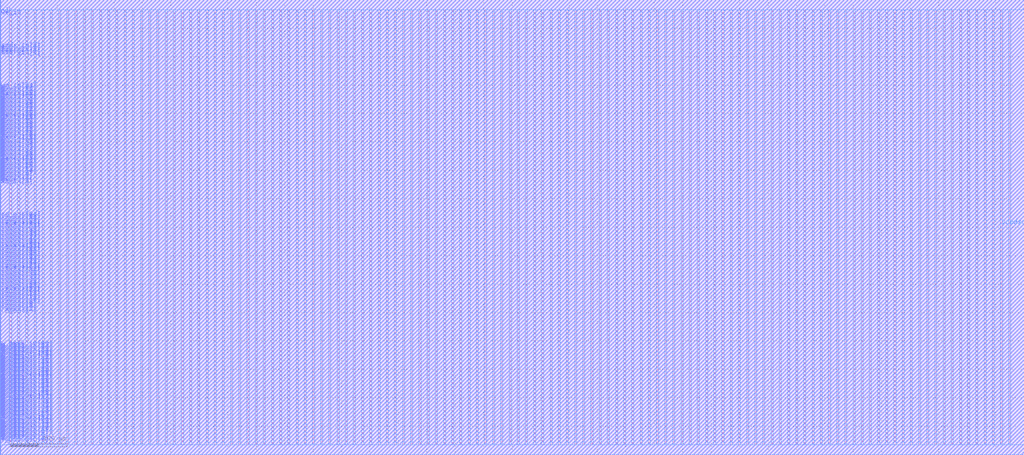
<source format=lef>
VERSION 5.7 ;
BUSBITCHARS "[]" ;
MACRO fakeram130_256x95
  FOREIGN fakeram130_256x95 0 0 ;
  SYMMETRY X Y R90 ;
  SIZE 1800.000 BY 800.000 ;
  CLASS BLOCK ;
  PIN w_mask_in[0]
    DIRECTION INPUT ;
    USE SIGNAL ;
    SHAPE ABUTMENT ;
    PORT
      LAYER met3 ;
      RECT 0.000 17.550 0.900 18.450 ;
    END
  END w_mask_in[0]
  PIN w_mask_in[1]
    DIRECTION INPUT ;
    USE SIGNAL ;
    SHAPE ABUTMENT ;
    PORT
      LAYER met3 ;
      RECT 0.000 19.350 0.900 20.250 ;
    END
  END w_mask_in[1]
  PIN w_mask_in[2]
    DIRECTION INPUT ;
    USE SIGNAL ;
    SHAPE ABUTMENT ;
    PORT
      LAYER met3 ;
      RECT 0.000 21.150 0.900 22.050 ;
    END
  END w_mask_in[2]
  PIN w_mask_in[3]
    DIRECTION INPUT ;
    USE SIGNAL ;
    SHAPE ABUTMENT ;
    PORT
      LAYER met3 ;
      RECT 0.000 22.950 0.900 23.850 ;
    END
  END w_mask_in[3]
  PIN w_mask_in[4]
    DIRECTION INPUT ;
    USE SIGNAL ;
    SHAPE ABUTMENT ;
    PORT
      LAYER met3 ;
      RECT 0.000 24.750 0.900 25.650 ;
    END
  END w_mask_in[4]
  PIN w_mask_in[5]
    DIRECTION INPUT ;
    USE SIGNAL ;
    SHAPE ABUTMENT ;
    PORT
      LAYER met3 ;
      RECT 0.000 26.550 0.900 27.450 ;
    END
  END w_mask_in[5]
  PIN w_mask_in[6]
    DIRECTION INPUT ;
    USE SIGNAL ;
    SHAPE ABUTMENT ;
    PORT
      LAYER met3 ;
      RECT 0.000 28.350 0.900 29.250 ;
    END
  END w_mask_in[6]
  PIN w_mask_in[7]
    DIRECTION INPUT ;
    USE SIGNAL ;
    SHAPE ABUTMENT ;
    PORT
      LAYER met3 ;
      RECT 0.000 30.150 0.900 31.050 ;
    END
  END w_mask_in[7]
  PIN w_mask_in[8]
    DIRECTION INPUT ;
    USE SIGNAL ;
    SHAPE ABUTMENT ;
    PORT
      LAYER met3 ;
      RECT 0.000 31.950 0.900 32.850 ;
    END
  END w_mask_in[8]
  PIN w_mask_in[9]
    DIRECTION INPUT ;
    USE SIGNAL ;
    SHAPE ABUTMENT ;
    PORT
      LAYER met3 ;
      RECT 0.000 33.750 0.900 34.650 ;
    END
  END w_mask_in[9]
  PIN w_mask_in[10]
    DIRECTION INPUT ;
    USE SIGNAL ;
    SHAPE ABUTMENT ;
    PORT
      LAYER met3 ;
      RECT 0.000 35.550 0.900 36.450 ;
    END
  END w_mask_in[10]
  PIN w_mask_in[11]
    DIRECTION INPUT ;
    USE SIGNAL ;
    SHAPE ABUTMENT ;
    PORT
      LAYER met3 ;
      RECT 0.000 37.350 0.900 38.250 ;
    END
  END w_mask_in[11]
  PIN w_mask_in[12]
    DIRECTION INPUT ;
    USE SIGNAL ;
    SHAPE ABUTMENT ;
    PORT
      LAYER met3 ;
      RECT 0.000 39.150 0.900 40.050 ;
    END
  END w_mask_in[12]
  PIN w_mask_in[13]
    DIRECTION INPUT ;
    USE SIGNAL ;
    SHAPE ABUTMENT ;
    PORT
      LAYER met3 ;
      RECT 0.000 40.950 0.900 41.850 ;
    END
  END w_mask_in[13]
  PIN w_mask_in[14]
    DIRECTION INPUT ;
    USE SIGNAL ;
    SHAPE ABUTMENT ;
    PORT
      LAYER met3 ;
      RECT 0.000 42.750 0.900 43.650 ;
    END
  END w_mask_in[14]
  PIN w_mask_in[15]
    DIRECTION INPUT ;
    USE SIGNAL ;
    SHAPE ABUTMENT ;
    PORT
      LAYER met3 ;
      RECT 0.000 44.550 0.900 45.450 ;
    END
  END w_mask_in[15]
  PIN w_mask_in[16]
    DIRECTION INPUT ;
    USE SIGNAL ;
    SHAPE ABUTMENT ;
    PORT
      LAYER met3 ;
      RECT 0.000 46.350 0.900 47.250 ;
    END
  END w_mask_in[16]
  PIN w_mask_in[17]
    DIRECTION INPUT ;
    USE SIGNAL ;
    SHAPE ABUTMENT ;
    PORT
      LAYER met3 ;
      RECT 0.000 48.150 0.900 49.050 ;
    END
  END w_mask_in[17]
  PIN w_mask_in[18]
    DIRECTION INPUT ;
    USE SIGNAL ;
    SHAPE ABUTMENT ;
    PORT
      LAYER met3 ;
      RECT 0.000 49.950 0.900 50.850 ;
    END
  END w_mask_in[18]
  PIN w_mask_in[19]
    DIRECTION INPUT ;
    USE SIGNAL ;
    SHAPE ABUTMENT ;
    PORT
      LAYER met3 ;
      RECT 0.000 51.750 0.900 52.650 ;
    END
  END w_mask_in[19]
  PIN w_mask_in[20]
    DIRECTION INPUT ;
    USE SIGNAL ;
    SHAPE ABUTMENT ;
    PORT
      LAYER met3 ;
      RECT 0.000 53.550 0.900 54.450 ;
    END
  END w_mask_in[20]
  PIN w_mask_in[21]
    DIRECTION INPUT ;
    USE SIGNAL ;
    SHAPE ABUTMENT ;
    PORT
      LAYER met3 ;
      RECT 0.000 55.350 0.900 56.250 ;
    END
  END w_mask_in[21]
  PIN w_mask_in[22]
    DIRECTION INPUT ;
    USE SIGNAL ;
    SHAPE ABUTMENT ;
    PORT
      LAYER met3 ;
      RECT 0.000 57.150 0.900 58.050 ;
    END
  END w_mask_in[22]
  PIN w_mask_in[23]
    DIRECTION INPUT ;
    USE SIGNAL ;
    SHAPE ABUTMENT ;
    PORT
      LAYER met3 ;
      RECT 0.000 58.950 0.900 59.850 ;
    END
  END w_mask_in[23]
  PIN w_mask_in[24]
    DIRECTION INPUT ;
    USE SIGNAL ;
    SHAPE ABUTMENT ;
    PORT
      LAYER met3 ;
      RECT 0.000 60.750 0.900 61.650 ;
    END
  END w_mask_in[24]
  PIN w_mask_in[25]
    DIRECTION INPUT ;
    USE SIGNAL ;
    SHAPE ABUTMENT ;
    PORT
      LAYER met3 ;
      RECT 0.000 62.550 0.900 63.450 ;
    END
  END w_mask_in[25]
  PIN w_mask_in[26]
    DIRECTION INPUT ;
    USE SIGNAL ;
    SHAPE ABUTMENT ;
    PORT
      LAYER met3 ;
      RECT 0.000 64.350 0.900 65.250 ;
    END
  END w_mask_in[26]
  PIN w_mask_in[27]
    DIRECTION INPUT ;
    USE SIGNAL ;
    SHAPE ABUTMENT ;
    PORT
      LAYER met3 ;
      RECT 0.000 66.150 0.900 67.050 ;
    END
  END w_mask_in[27]
  PIN w_mask_in[28]
    DIRECTION INPUT ;
    USE SIGNAL ;
    SHAPE ABUTMENT ;
    PORT
      LAYER met3 ;
      RECT 0.000 67.950 0.900 68.850 ;
    END
  END w_mask_in[28]
  PIN w_mask_in[29]
    DIRECTION INPUT ;
    USE SIGNAL ;
    SHAPE ABUTMENT ;
    PORT
      LAYER met3 ;
      RECT 0.000 69.750 0.900 70.650 ;
    END
  END w_mask_in[29]
  PIN w_mask_in[30]
    DIRECTION INPUT ;
    USE SIGNAL ;
    SHAPE ABUTMENT ;
    PORT
      LAYER met3 ;
      RECT 0.000 71.550 0.900 72.450 ;
    END
  END w_mask_in[30]
  PIN w_mask_in[31]
    DIRECTION INPUT ;
    USE SIGNAL ;
    SHAPE ABUTMENT ;
    PORT
      LAYER met3 ;
      RECT 0.000 73.350 0.900 74.250 ;
    END
  END w_mask_in[31]
  PIN w_mask_in[32]
    DIRECTION INPUT ;
    USE SIGNAL ;
    SHAPE ABUTMENT ;
    PORT
      LAYER met3 ;
      RECT 0.000 75.150 0.900 76.050 ;
    END
  END w_mask_in[32]
  PIN w_mask_in[33]
    DIRECTION INPUT ;
    USE SIGNAL ;
    SHAPE ABUTMENT ;
    PORT
      LAYER met3 ;
      RECT 0.000 76.950 0.900 77.850 ;
    END
  END w_mask_in[33]
  PIN w_mask_in[34]
    DIRECTION INPUT ;
    USE SIGNAL ;
    SHAPE ABUTMENT ;
    PORT
      LAYER met3 ;
      RECT 0.000 78.750 0.900 79.650 ;
    END
  END w_mask_in[34]
  PIN w_mask_in[35]
    DIRECTION INPUT ;
    USE SIGNAL ;
    SHAPE ABUTMENT ;
    PORT
      LAYER met3 ;
      RECT 0.000 80.550 0.900 81.450 ;
    END
  END w_mask_in[35]
  PIN w_mask_in[36]
    DIRECTION INPUT ;
    USE SIGNAL ;
    SHAPE ABUTMENT ;
    PORT
      LAYER met3 ;
      RECT 0.000 82.350 0.900 83.250 ;
    END
  END w_mask_in[36]
  PIN w_mask_in[37]
    DIRECTION INPUT ;
    USE SIGNAL ;
    SHAPE ABUTMENT ;
    PORT
      LAYER met3 ;
      RECT 0.000 84.150 0.900 85.050 ;
    END
  END w_mask_in[37]
  PIN w_mask_in[38]
    DIRECTION INPUT ;
    USE SIGNAL ;
    SHAPE ABUTMENT ;
    PORT
      LAYER met3 ;
      RECT 0.000 85.950 0.900 86.850 ;
    END
  END w_mask_in[38]
  PIN w_mask_in[39]
    DIRECTION INPUT ;
    USE SIGNAL ;
    SHAPE ABUTMENT ;
    PORT
      LAYER met3 ;
      RECT 0.000 87.750 0.900 88.650 ;
    END
  END w_mask_in[39]
  PIN w_mask_in[40]
    DIRECTION INPUT ;
    USE SIGNAL ;
    SHAPE ABUTMENT ;
    PORT
      LAYER met3 ;
      RECT 0.000 89.550 0.900 90.450 ;
    END
  END w_mask_in[40]
  PIN w_mask_in[41]
    DIRECTION INPUT ;
    USE SIGNAL ;
    SHAPE ABUTMENT ;
    PORT
      LAYER met3 ;
      RECT 0.000 91.350 0.900 92.250 ;
    END
  END w_mask_in[41]
  PIN w_mask_in[42]
    DIRECTION INPUT ;
    USE SIGNAL ;
    SHAPE ABUTMENT ;
    PORT
      LAYER met3 ;
      RECT 0.000 93.150 0.900 94.050 ;
    END
  END w_mask_in[42]
  PIN w_mask_in[43]
    DIRECTION INPUT ;
    USE SIGNAL ;
    SHAPE ABUTMENT ;
    PORT
      LAYER met3 ;
      RECT 0.000 94.950 0.900 95.850 ;
    END
  END w_mask_in[43]
  PIN w_mask_in[44]
    DIRECTION INPUT ;
    USE SIGNAL ;
    SHAPE ABUTMENT ;
    PORT
      LAYER met3 ;
      RECT 0.000 96.750 0.900 97.650 ;
    END
  END w_mask_in[44]
  PIN w_mask_in[45]
    DIRECTION INPUT ;
    USE SIGNAL ;
    SHAPE ABUTMENT ;
    PORT
      LAYER met3 ;
      RECT 0.000 98.550 0.900 99.450 ;
    END
  END w_mask_in[45]
  PIN w_mask_in[46]
    DIRECTION INPUT ;
    USE SIGNAL ;
    SHAPE ABUTMENT ;
    PORT
      LAYER met3 ;
      RECT 0.000 100.350 0.900 101.250 ;
    END
  END w_mask_in[46]
  PIN w_mask_in[47]
    DIRECTION INPUT ;
    USE SIGNAL ;
    SHAPE ABUTMENT ;
    PORT
      LAYER met3 ;
      RECT 0.000 102.150 0.900 103.050 ;
    END
  END w_mask_in[47]
  PIN w_mask_in[48]
    DIRECTION INPUT ;
    USE SIGNAL ;
    SHAPE ABUTMENT ;
    PORT
      LAYER met3 ;
      RECT 0.000 103.950 0.900 104.850 ;
    END
  END w_mask_in[48]
  PIN w_mask_in[49]
    DIRECTION INPUT ;
    USE SIGNAL ;
    SHAPE ABUTMENT ;
    PORT
      LAYER met3 ;
      RECT 0.000 105.750 0.900 106.650 ;
    END
  END w_mask_in[49]
  PIN w_mask_in[50]
    DIRECTION INPUT ;
    USE SIGNAL ;
    SHAPE ABUTMENT ;
    PORT
      LAYER met3 ;
      RECT 0.000 107.550 0.900 108.450 ;
    END
  END w_mask_in[50]
  PIN w_mask_in[51]
    DIRECTION INPUT ;
    USE SIGNAL ;
    SHAPE ABUTMENT ;
    PORT
      LAYER met3 ;
      RECT 0.000 109.350 0.900 110.250 ;
    END
  END w_mask_in[51]
  PIN w_mask_in[52]
    DIRECTION INPUT ;
    USE SIGNAL ;
    SHAPE ABUTMENT ;
    PORT
      LAYER met3 ;
      RECT 0.000 111.150 0.900 112.050 ;
    END
  END w_mask_in[52]
  PIN w_mask_in[53]
    DIRECTION INPUT ;
    USE SIGNAL ;
    SHAPE ABUTMENT ;
    PORT
      LAYER met3 ;
      RECT 0.000 112.950 0.900 113.850 ;
    END
  END w_mask_in[53]
  PIN w_mask_in[54]
    DIRECTION INPUT ;
    USE SIGNAL ;
    SHAPE ABUTMENT ;
    PORT
      LAYER met3 ;
      RECT 0.000 114.750 0.900 115.650 ;
    END
  END w_mask_in[54]
  PIN w_mask_in[55]
    DIRECTION INPUT ;
    USE SIGNAL ;
    SHAPE ABUTMENT ;
    PORT
      LAYER met3 ;
      RECT 0.000 116.550 0.900 117.450 ;
    END
  END w_mask_in[55]
  PIN w_mask_in[56]
    DIRECTION INPUT ;
    USE SIGNAL ;
    SHAPE ABUTMENT ;
    PORT
      LAYER met3 ;
      RECT 0.000 118.350 0.900 119.250 ;
    END
  END w_mask_in[56]
  PIN w_mask_in[57]
    DIRECTION INPUT ;
    USE SIGNAL ;
    SHAPE ABUTMENT ;
    PORT
      LAYER met3 ;
      RECT 0.000 120.150 0.900 121.050 ;
    END
  END w_mask_in[57]
  PIN w_mask_in[58]
    DIRECTION INPUT ;
    USE SIGNAL ;
    SHAPE ABUTMENT ;
    PORT
      LAYER met3 ;
      RECT 0.000 121.950 0.900 122.850 ;
    END
  END w_mask_in[58]
  PIN w_mask_in[59]
    DIRECTION INPUT ;
    USE SIGNAL ;
    SHAPE ABUTMENT ;
    PORT
      LAYER met3 ;
      RECT 0.000 123.750 0.900 124.650 ;
    END
  END w_mask_in[59]
  PIN w_mask_in[60]
    DIRECTION INPUT ;
    USE SIGNAL ;
    SHAPE ABUTMENT ;
    PORT
      LAYER met3 ;
      RECT 0.000 125.550 0.900 126.450 ;
    END
  END w_mask_in[60]
  PIN w_mask_in[61]
    DIRECTION INPUT ;
    USE SIGNAL ;
    SHAPE ABUTMENT ;
    PORT
      LAYER met3 ;
      RECT 0.000 127.350 0.900 128.250 ;
    END
  END w_mask_in[61]
  PIN w_mask_in[62]
    DIRECTION INPUT ;
    USE SIGNAL ;
    SHAPE ABUTMENT ;
    PORT
      LAYER met3 ;
      RECT 0.000 129.150 0.900 130.050 ;
    END
  END w_mask_in[62]
  PIN w_mask_in[63]
    DIRECTION INPUT ;
    USE SIGNAL ;
    SHAPE ABUTMENT ;
    PORT
      LAYER met3 ;
      RECT 0.000 130.950 0.900 131.850 ;
    END
  END w_mask_in[63]
  PIN w_mask_in[64]
    DIRECTION INPUT ;
    USE SIGNAL ;
    SHAPE ABUTMENT ;
    PORT
      LAYER met3 ;
      RECT 0.000 132.750 0.900 133.650 ;
    END
  END w_mask_in[64]
  PIN w_mask_in[65]
    DIRECTION INPUT ;
    USE SIGNAL ;
    SHAPE ABUTMENT ;
    PORT
      LAYER met3 ;
      RECT 0.000 134.550 0.900 135.450 ;
    END
  END w_mask_in[65]
  PIN w_mask_in[66]
    DIRECTION INPUT ;
    USE SIGNAL ;
    SHAPE ABUTMENT ;
    PORT
      LAYER met3 ;
      RECT 0.000 136.350 0.900 137.250 ;
    END
  END w_mask_in[66]
  PIN w_mask_in[67]
    DIRECTION INPUT ;
    USE SIGNAL ;
    SHAPE ABUTMENT ;
    PORT
      LAYER met3 ;
      RECT 0.000 138.150 0.900 139.050 ;
    END
  END w_mask_in[67]
  PIN w_mask_in[68]
    DIRECTION INPUT ;
    USE SIGNAL ;
    SHAPE ABUTMENT ;
    PORT
      LAYER met3 ;
      RECT 0.000 139.950 0.900 140.850 ;
    END
  END w_mask_in[68]
  PIN w_mask_in[69]
    DIRECTION INPUT ;
    USE SIGNAL ;
    SHAPE ABUTMENT ;
    PORT
      LAYER met3 ;
      RECT 0.000 141.750 0.900 142.650 ;
    END
  END w_mask_in[69]
  PIN w_mask_in[70]
    DIRECTION INPUT ;
    USE SIGNAL ;
    SHAPE ABUTMENT ;
    PORT
      LAYER met3 ;
      RECT 0.000 143.550 0.900 144.450 ;
    END
  END w_mask_in[70]
  PIN w_mask_in[71]
    DIRECTION INPUT ;
    USE SIGNAL ;
    SHAPE ABUTMENT ;
    PORT
      LAYER met3 ;
      RECT 0.000 145.350 0.900 146.250 ;
    END
  END w_mask_in[71]
  PIN w_mask_in[72]
    DIRECTION INPUT ;
    USE SIGNAL ;
    SHAPE ABUTMENT ;
    PORT
      LAYER met3 ;
      RECT 0.000 147.150 0.900 148.050 ;
    END
  END w_mask_in[72]
  PIN w_mask_in[73]
    DIRECTION INPUT ;
    USE SIGNAL ;
    SHAPE ABUTMENT ;
    PORT
      LAYER met3 ;
      RECT 0.000 148.950 0.900 149.850 ;
    END
  END w_mask_in[73]
  PIN w_mask_in[74]
    DIRECTION INPUT ;
    USE SIGNAL ;
    SHAPE ABUTMENT ;
    PORT
      LAYER met3 ;
      RECT 0.000 150.750 0.900 151.650 ;
    END
  END w_mask_in[74]
  PIN w_mask_in[75]
    DIRECTION INPUT ;
    USE SIGNAL ;
    SHAPE ABUTMENT ;
    PORT
      LAYER met3 ;
      RECT 0.000 152.550 0.900 153.450 ;
    END
  END w_mask_in[75]
  PIN w_mask_in[76]
    DIRECTION INPUT ;
    USE SIGNAL ;
    SHAPE ABUTMENT ;
    PORT
      LAYER met3 ;
      RECT 0.000 154.350 0.900 155.250 ;
    END
  END w_mask_in[76]
  PIN w_mask_in[77]
    DIRECTION INPUT ;
    USE SIGNAL ;
    SHAPE ABUTMENT ;
    PORT
      LAYER met3 ;
      RECT 0.000 156.150 0.900 157.050 ;
    END
  END w_mask_in[77]
  PIN w_mask_in[78]
    DIRECTION INPUT ;
    USE SIGNAL ;
    SHAPE ABUTMENT ;
    PORT
      LAYER met3 ;
      RECT 0.000 157.950 0.900 158.850 ;
    END
  END w_mask_in[78]
  PIN w_mask_in[79]
    DIRECTION INPUT ;
    USE SIGNAL ;
    SHAPE ABUTMENT ;
    PORT
      LAYER met3 ;
      RECT 0.000 159.750 0.900 160.650 ;
    END
  END w_mask_in[79]
  PIN w_mask_in[80]
    DIRECTION INPUT ;
    USE SIGNAL ;
    SHAPE ABUTMENT ;
    PORT
      LAYER met3 ;
      RECT 0.000 161.550 0.900 162.450 ;
    END
  END w_mask_in[80]
  PIN w_mask_in[81]
    DIRECTION INPUT ;
    USE SIGNAL ;
    SHAPE ABUTMENT ;
    PORT
      LAYER met3 ;
      RECT 0.000 163.350 0.900 164.250 ;
    END
  END w_mask_in[81]
  PIN w_mask_in[82]
    DIRECTION INPUT ;
    USE SIGNAL ;
    SHAPE ABUTMENT ;
    PORT
      LAYER met3 ;
      RECT 0.000 165.150 0.900 166.050 ;
    END
  END w_mask_in[82]
  PIN w_mask_in[83]
    DIRECTION INPUT ;
    USE SIGNAL ;
    SHAPE ABUTMENT ;
    PORT
      LAYER met3 ;
      RECT 0.000 166.950 0.900 167.850 ;
    END
  END w_mask_in[83]
  PIN w_mask_in[84]
    DIRECTION INPUT ;
    USE SIGNAL ;
    SHAPE ABUTMENT ;
    PORT
      LAYER met3 ;
      RECT 0.000 168.750 0.900 169.650 ;
    END
  END w_mask_in[84]
  PIN w_mask_in[85]
    DIRECTION INPUT ;
    USE SIGNAL ;
    SHAPE ABUTMENT ;
    PORT
      LAYER met3 ;
      RECT 0.000 170.550 0.900 171.450 ;
    END
  END w_mask_in[85]
  PIN w_mask_in[86]
    DIRECTION INPUT ;
    USE SIGNAL ;
    SHAPE ABUTMENT ;
    PORT
      LAYER met3 ;
      RECT 0.000 172.350 0.900 173.250 ;
    END
  END w_mask_in[86]
  PIN w_mask_in[87]
    DIRECTION INPUT ;
    USE SIGNAL ;
    SHAPE ABUTMENT ;
    PORT
      LAYER met3 ;
      RECT 0.000 174.150 0.900 175.050 ;
    END
  END w_mask_in[87]
  PIN w_mask_in[88]
    DIRECTION INPUT ;
    USE SIGNAL ;
    SHAPE ABUTMENT ;
    PORT
      LAYER met3 ;
      RECT 0.000 175.950 0.900 176.850 ;
    END
  END w_mask_in[88]
  PIN w_mask_in[89]
    DIRECTION INPUT ;
    USE SIGNAL ;
    SHAPE ABUTMENT ;
    PORT
      LAYER met3 ;
      RECT 0.000 177.750 0.900 178.650 ;
    END
  END w_mask_in[89]
  PIN w_mask_in[90]
    DIRECTION INPUT ;
    USE SIGNAL ;
    SHAPE ABUTMENT ;
    PORT
      LAYER met3 ;
      RECT 0.000 179.550 0.900 180.450 ;
    END
  END w_mask_in[90]
  PIN w_mask_in[91]
    DIRECTION INPUT ;
    USE SIGNAL ;
    SHAPE ABUTMENT ;
    PORT
      LAYER met3 ;
      RECT 0.000 181.350 0.900 182.250 ;
    END
  END w_mask_in[91]
  PIN w_mask_in[92]
    DIRECTION INPUT ;
    USE SIGNAL ;
    SHAPE ABUTMENT ;
    PORT
      LAYER met3 ;
      RECT 0.000 183.150 0.900 184.050 ;
    END
  END w_mask_in[92]
  PIN w_mask_in[93]
    DIRECTION INPUT ;
    USE SIGNAL ;
    SHAPE ABUTMENT ;
    PORT
      LAYER met3 ;
      RECT 0.000 184.950 0.900 185.850 ;
    END
  END w_mask_in[93]
  PIN w_mask_in[94]
    DIRECTION INPUT ;
    USE SIGNAL ;
    SHAPE ABUTMENT ;
    PORT
      LAYER met3 ;
      RECT 0.000 186.750 0.900 187.650 ;
    END
  END w_mask_in[94]
  PIN rd_out[0]
    DIRECTION OUTPUT ;
    USE SIGNAL ;
    SHAPE ABUTMENT ;
    PORT
      LAYER met3 ;
      RECT 0.000 244.350 0.900 245.250 ;
    END
  END rd_out[0]
  PIN rd_out[1]
    DIRECTION OUTPUT ;
    USE SIGNAL ;
    SHAPE ABUTMENT ;
    PORT
      LAYER met3 ;
      RECT 0.000 246.150 0.900 247.050 ;
    END
  END rd_out[1]
  PIN rd_out[2]
    DIRECTION OUTPUT ;
    USE SIGNAL ;
    SHAPE ABUTMENT ;
    PORT
      LAYER met3 ;
      RECT 0.000 247.950 0.900 248.850 ;
    END
  END rd_out[2]
  PIN rd_out[3]
    DIRECTION OUTPUT ;
    USE SIGNAL ;
    SHAPE ABUTMENT ;
    PORT
      LAYER met3 ;
      RECT 0.000 249.750 0.900 250.650 ;
    END
  END rd_out[3]
  PIN rd_out[4]
    DIRECTION OUTPUT ;
    USE SIGNAL ;
    SHAPE ABUTMENT ;
    PORT
      LAYER met3 ;
      RECT 0.000 251.550 0.900 252.450 ;
    END
  END rd_out[4]
  PIN rd_out[5]
    DIRECTION OUTPUT ;
    USE SIGNAL ;
    SHAPE ABUTMENT ;
    PORT
      LAYER met3 ;
      RECT 0.000 253.350 0.900 254.250 ;
    END
  END rd_out[5]
  PIN rd_out[6]
    DIRECTION OUTPUT ;
    USE SIGNAL ;
    SHAPE ABUTMENT ;
    PORT
      LAYER met3 ;
      RECT 0.000 255.150 0.900 256.050 ;
    END
  END rd_out[6]
  PIN rd_out[7]
    DIRECTION OUTPUT ;
    USE SIGNAL ;
    SHAPE ABUTMENT ;
    PORT
      LAYER met3 ;
      RECT 0.000 256.950 0.900 257.850 ;
    END
  END rd_out[7]
  PIN rd_out[8]
    DIRECTION OUTPUT ;
    USE SIGNAL ;
    SHAPE ABUTMENT ;
    PORT
      LAYER met3 ;
      RECT 0.000 258.750 0.900 259.650 ;
    END
  END rd_out[8]
  PIN rd_out[9]
    DIRECTION OUTPUT ;
    USE SIGNAL ;
    SHAPE ABUTMENT ;
    PORT
      LAYER met3 ;
      RECT 0.000 260.550 0.900 261.450 ;
    END
  END rd_out[9]
  PIN rd_out[10]
    DIRECTION OUTPUT ;
    USE SIGNAL ;
    SHAPE ABUTMENT ;
    PORT
      LAYER met3 ;
      RECT 0.000 262.350 0.900 263.250 ;
    END
  END rd_out[10]
  PIN rd_out[11]
    DIRECTION OUTPUT ;
    USE SIGNAL ;
    SHAPE ABUTMENT ;
    PORT
      LAYER met3 ;
      RECT 0.000 264.150 0.900 265.050 ;
    END
  END rd_out[11]
  PIN rd_out[12]
    DIRECTION OUTPUT ;
    USE SIGNAL ;
    SHAPE ABUTMENT ;
    PORT
      LAYER met3 ;
      RECT 0.000 265.950 0.900 266.850 ;
    END
  END rd_out[12]
  PIN rd_out[13]
    DIRECTION OUTPUT ;
    USE SIGNAL ;
    SHAPE ABUTMENT ;
    PORT
      LAYER met3 ;
      RECT 0.000 267.750 0.900 268.650 ;
    END
  END rd_out[13]
  PIN rd_out[14]
    DIRECTION OUTPUT ;
    USE SIGNAL ;
    SHAPE ABUTMENT ;
    PORT
      LAYER met3 ;
      RECT 0.000 269.550 0.900 270.450 ;
    END
  END rd_out[14]
  PIN rd_out[15]
    DIRECTION OUTPUT ;
    USE SIGNAL ;
    SHAPE ABUTMENT ;
    PORT
      LAYER met3 ;
      RECT 0.000 271.350 0.900 272.250 ;
    END
  END rd_out[15]
  PIN rd_out[16]
    DIRECTION OUTPUT ;
    USE SIGNAL ;
    SHAPE ABUTMENT ;
    PORT
      LAYER met3 ;
      RECT 0.000 273.150 0.900 274.050 ;
    END
  END rd_out[16]
  PIN rd_out[17]
    DIRECTION OUTPUT ;
    USE SIGNAL ;
    SHAPE ABUTMENT ;
    PORT
      LAYER met3 ;
      RECT 0.000 274.950 0.900 275.850 ;
    END
  END rd_out[17]
  PIN rd_out[18]
    DIRECTION OUTPUT ;
    USE SIGNAL ;
    SHAPE ABUTMENT ;
    PORT
      LAYER met3 ;
      RECT 0.000 276.750 0.900 277.650 ;
    END
  END rd_out[18]
  PIN rd_out[19]
    DIRECTION OUTPUT ;
    USE SIGNAL ;
    SHAPE ABUTMENT ;
    PORT
      LAYER met3 ;
      RECT 0.000 278.550 0.900 279.450 ;
    END
  END rd_out[19]
  PIN rd_out[20]
    DIRECTION OUTPUT ;
    USE SIGNAL ;
    SHAPE ABUTMENT ;
    PORT
      LAYER met3 ;
      RECT 0.000 280.350 0.900 281.250 ;
    END
  END rd_out[20]
  PIN rd_out[21]
    DIRECTION OUTPUT ;
    USE SIGNAL ;
    SHAPE ABUTMENT ;
    PORT
      LAYER met3 ;
      RECT 0.000 282.150 0.900 283.050 ;
    END
  END rd_out[21]
  PIN rd_out[22]
    DIRECTION OUTPUT ;
    USE SIGNAL ;
    SHAPE ABUTMENT ;
    PORT
      LAYER met3 ;
      RECT 0.000 283.950 0.900 284.850 ;
    END
  END rd_out[22]
  PIN rd_out[23]
    DIRECTION OUTPUT ;
    USE SIGNAL ;
    SHAPE ABUTMENT ;
    PORT
      LAYER met3 ;
      RECT 0.000 285.750 0.900 286.650 ;
    END
  END rd_out[23]
  PIN rd_out[24]
    DIRECTION OUTPUT ;
    USE SIGNAL ;
    SHAPE ABUTMENT ;
    PORT
      LAYER met3 ;
      RECT 0.000 287.550 0.900 288.450 ;
    END
  END rd_out[24]
  PIN rd_out[25]
    DIRECTION OUTPUT ;
    USE SIGNAL ;
    SHAPE ABUTMENT ;
    PORT
      LAYER met3 ;
      RECT 0.000 289.350 0.900 290.250 ;
    END
  END rd_out[25]
  PIN rd_out[26]
    DIRECTION OUTPUT ;
    USE SIGNAL ;
    SHAPE ABUTMENT ;
    PORT
      LAYER met3 ;
      RECT 0.000 291.150 0.900 292.050 ;
    END
  END rd_out[26]
  PIN rd_out[27]
    DIRECTION OUTPUT ;
    USE SIGNAL ;
    SHAPE ABUTMENT ;
    PORT
      LAYER met3 ;
      RECT 0.000 292.950 0.900 293.850 ;
    END
  END rd_out[27]
  PIN rd_out[28]
    DIRECTION OUTPUT ;
    USE SIGNAL ;
    SHAPE ABUTMENT ;
    PORT
      LAYER met3 ;
      RECT 0.000 294.750 0.900 295.650 ;
    END
  END rd_out[28]
  PIN rd_out[29]
    DIRECTION OUTPUT ;
    USE SIGNAL ;
    SHAPE ABUTMENT ;
    PORT
      LAYER met3 ;
      RECT 0.000 296.550 0.900 297.450 ;
    END
  END rd_out[29]
  PIN rd_out[30]
    DIRECTION OUTPUT ;
    USE SIGNAL ;
    SHAPE ABUTMENT ;
    PORT
      LAYER met3 ;
      RECT 0.000 298.350 0.900 299.250 ;
    END
  END rd_out[30]
  PIN rd_out[31]
    DIRECTION OUTPUT ;
    USE SIGNAL ;
    SHAPE ABUTMENT ;
    PORT
      LAYER met3 ;
      RECT 0.000 300.150 0.900 301.050 ;
    END
  END rd_out[31]
  PIN rd_out[32]
    DIRECTION OUTPUT ;
    USE SIGNAL ;
    SHAPE ABUTMENT ;
    PORT
      LAYER met3 ;
      RECT 0.000 301.950 0.900 302.850 ;
    END
  END rd_out[32]
  PIN rd_out[33]
    DIRECTION OUTPUT ;
    USE SIGNAL ;
    SHAPE ABUTMENT ;
    PORT
      LAYER met3 ;
      RECT 0.000 303.750 0.900 304.650 ;
    END
  END rd_out[33]
  PIN rd_out[34]
    DIRECTION OUTPUT ;
    USE SIGNAL ;
    SHAPE ABUTMENT ;
    PORT
      LAYER met3 ;
      RECT 0.000 305.550 0.900 306.450 ;
    END
  END rd_out[34]
  PIN rd_out[35]
    DIRECTION OUTPUT ;
    USE SIGNAL ;
    SHAPE ABUTMENT ;
    PORT
      LAYER met3 ;
      RECT 0.000 307.350 0.900 308.250 ;
    END
  END rd_out[35]
  PIN rd_out[36]
    DIRECTION OUTPUT ;
    USE SIGNAL ;
    SHAPE ABUTMENT ;
    PORT
      LAYER met3 ;
      RECT 0.000 309.150 0.900 310.050 ;
    END
  END rd_out[36]
  PIN rd_out[37]
    DIRECTION OUTPUT ;
    USE SIGNAL ;
    SHAPE ABUTMENT ;
    PORT
      LAYER met3 ;
      RECT 0.000 310.950 0.900 311.850 ;
    END
  END rd_out[37]
  PIN rd_out[38]
    DIRECTION OUTPUT ;
    USE SIGNAL ;
    SHAPE ABUTMENT ;
    PORT
      LAYER met3 ;
      RECT 0.000 312.750 0.900 313.650 ;
    END
  END rd_out[38]
  PIN rd_out[39]
    DIRECTION OUTPUT ;
    USE SIGNAL ;
    SHAPE ABUTMENT ;
    PORT
      LAYER met3 ;
      RECT 0.000 314.550 0.900 315.450 ;
    END
  END rd_out[39]
  PIN rd_out[40]
    DIRECTION OUTPUT ;
    USE SIGNAL ;
    SHAPE ABUTMENT ;
    PORT
      LAYER met3 ;
      RECT 0.000 316.350 0.900 317.250 ;
    END
  END rd_out[40]
  PIN rd_out[41]
    DIRECTION OUTPUT ;
    USE SIGNAL ;
    SHAPE ABUTMENT ;
    PORT
      LAYER met3 ;
      RECT 0.000 318.150 0.900 319.050 ;
    END
  END rd_out[41]
  PIN rd_out[42]
    DIRECTION OUTPUT ;
    USE SIGNAL ;
    SHAPE ABUTMENT ;
    PORT
      LAYER met3 ;
      RECT 0.000 319.950 0.900 320.850 ;
    END
  END rd_out[42]
  PIN rd_out[43]
    DIRECTION OUTPUT ;
    USE SIGNAL ;
    SHAPE ABUTMENT ;
    PORT
      LAYER met3 ;
      RECT 0.000 321.750 0.900 322.650 ;
    END
  END rd_out[43]
  PIN rd_out[44]
    DIRECTION OUTPUT ;
    USE SIGNAL ;
    SHAPE ABUTMENT ;
    PORT
      LAYER met3 ;
      RECT 0.000 323.550 0.900 324.450 ;
    END
  END rd_out[44]
  PIN rd_out[45]
    DIRECTION OUTPUT ;
    USE SIGNAL ;
    SHAPE ABUTMENT ;
    PORT
      LAYER met3 ;
      RECT 0.000 325.350 0.900 326.250 ;
    END
  END rd_out[45]
  PIN rd_out[46]
    DIRECTION OUTPUT ;
    USE SIGNAL ;
    SHAPE ABUTMENT ;
    PORT
      LAYER met3 ;
      RECT 0.000 327.150 0.900 328.050 ;
    END
  END rd_out[46]
  PIN rd_out[47]
    DIRECTION OUTPUT ;
    USE SIGNAL ;
    SHAPE ABUTMENT ;
    PORT
      LAYER met3 ;
      RECT 0.000 328.950 0.900 329.850 ;
    END
  END rd_out[47]
  PIN rd_out[48]
    DIRECTION OUTPUT ;
    USE SIGNAL ;
    SHAPE ABUTMENT ;
    PORT
      LAYER met3 ;
      RECT 0.000 330.750 0.900 331.650 ;
    END
  END rd_out[48]
  PIN rd_out[49]
    DIRECTION OUTPUT ;
    USE SIGNAL ;
    SHAPE ABUTMENT ;
    PORT
      LAYER met3 ;
      RECT 0.000 332.550 0.900 333.450 ;
    END
  END rd_out[49]
  PIN rd_out[50]
    DIRECTION OUTPUT ;
    USE SIGNAL ;
    SHAPE ABUTMENT ;
    PORT
      LAYER met3 ;
      RECT 0.000 334.350 0.900 335.250 ;
    END
  END rd_out[50]
  PIN rd_out[51]
    DIRECTION OUTPUT ;
    USE SIGNAL ;
    SHAPE ABUTMENT ;
    PORT
      LAYER met3 ;
      RECT 0.000 336.150 0.900 337.050 ;
    END
  END rd_out[51]
  PIN rd_out[52]
    DIRECTION OUTPUT ;
    USE SIGNAL ;
    SHAPE ABUTMENT ;
    PORT
      LAYER met3 ;
      RECT 0.000 337.950 0.900 338.850 ;
    END
  END rd_out[52]
  PIN rd_out[53]
    DIRECTION OUTPUT ;
    USE SIGNAL ;
    SHAPE ABUTMENT ;
    PORT
      LAYER met3 ;
      RECT 0.000 339.750 0.900 340.650 ;
    END
  END rd_out[53]
  PIN rd_out[54]
    DIRECTION OUTPUT ;
    USE SIGNAL ;
    SHAPE ABUTMENT ;
    PORT
      LAYER met3 ;
      RECT 0.000 341.550 0.900 342.450 ;
    END
  END rd_out[54]
  PIN rd_out[55]
    DIRECTION OUTPUT ;
    USE SIGNAL ;
    SHAPE ABUTMENT ;
    PORT
      LAYER met3 ;
      RECT 0.000 343.350 0.900 344.250 ;
    END
  END rd_out[55]
  PIN rd_out[56]
    DIRECTION OUTPUT ;
    USE SIGNAL ;
    SHAPE ABUTMENT ;
    PORT
      LAYER met3 ;
      RECT 0.000 345.150 0.900 346.050 ;
    END
  END rd_out[56]
  PIN rd_out[57]
    DIRECTION OUTPUT ;
    USE SIGNAL ;
    SHAPE ABUTMENT ;
    PORT
      LAYER met3 ;
      RECT 0.000 346.950 0.900 347.850 ;
    END
  END rd_out[57]
  PIN rd_out[58]
    DIRECTION OUTPUT ;
    USE SIGNAL ;
    SHAPE ABUTMENT ;
    PORT
      LAYER met3 ;
      RECT 0.000 348.750 0.900 349.650 ;
    END
  END rd_out[58]
  PIN rd_out[59]
    DIRECTION OUTPUT ;
    USE SIGNAL ;
    SHAPE ABUTMENT ;
    PORT
      LAYER met3 ;
      RECT 0.000 350.550 0.900 351.450 ;
    END
  END rd_out[59]
  PIN rd_out[60]
    DIRECTION OUTPUT ;
    USE SIGNAL ;
    SHAPE ABUTMENT ;
    PORT
      LAYER met3 ;
      RECT 0.000 352.350 0.900 353.250 ;
    END
  END rd_out[60]
  PIN rd_out[61]
    DIRECTION OUTPUT ;
    USE SIGNAL ;
    SHAPE ABUTMENT ;
    PORT
      LAYER met3 ;
      RECT 0.000 354.150 0.900 355.050 ;
    END
  END rd_out[61]
  PIN rd_out[62]
    DIRECTION OUTPUT ;
    USE SIGNAL ;
    SHAPE ABUTMENT ;
    PORT
      LAYER met3 ;
      RECT 0.000 355.950 0.900 356.850 ;
    END
  END rd_out[62]
  PIN rd_out[63]
    DIRECTION OUTPUT ;
    USE SIGNAL ;
    SHAPE ABUTMENT ;
    PORT
      LAYER met3 ;
      RECT 0.000 357.750 0.900 358.650 ;
    END
  END rd_out[63]
  PIN rd_out[64]
    DIRECTION OUTPUT ;
    USE SIGNAL ;
    SHAPE ABUTMENT ;
    PORT
      LAYER met3 ;
      RECT 0.000 359.550 0.900 360.450 ;
    END
  END rd_out[64]
  PIN rd_out[65]
    DIRECTION OUTPUT ;
    USE SIGNAL ;
    SHAPE ABUTMENT ;
    PORT
      LAYER met3 ;
      RECT 0.000 361.350 0.900 362.250 ;
    END
  END rd_out[65]
  PIN rd_out[66]
    DIRECTION OUTPUT ;
    USE SIGNAL ;
    SHAPE ABUTMENT ;
    PORT
      LAYER met3 ;
      RECT 0.000 363.150 0.900 364.050 ;
    END
  END rd_out[66]
  PIN rd_out[67]
    DIRECTION OUTPUT ;
    USE SIGNAL ;
    SHAPE ABUTMENT ;
    PORT
      LAYER met3 ;
      RECT 0.000 364.950 0.900 365.850 ;
    END
  END rd_out[67]
  PIN rd_out[68]
    DIRECTION OUTPUT ;
    USE SIGNAL ;
    SHAPE ABUTMENT ;
    PORT
      LAYER met3 ;
      RECT 0.000 366.750 0.900 367.650 ;
    END
  END rd_out[68]
  PIN rd_out[69]
    DIRECTION OUTPUT ;
    USE SIGNAL ;
    SHAPE ABUTMENT ;
    PORT
      LAYER met3 ;
      RECT 0.000 368.550 0.900 369.450 ;
    END
  END rd_out[69]
  PIN rd_out[70]
    DIRECTION OUTPUT ;
    USE SIGNAL ;
    SHAPE ABUTMENT ;
    PORT
      LAYER met3 ;
      RECT 0.000 370.350 0.900 371.250 ;
    END
  END rd_out[70]
  PIN rd_out[71]
    DIRECTION OUTPUT ;
    USE SIGNAL ;
    SHAPE ABUTMENT ;
    PORT
      LAYER met3 ;
      RECT 0.000 372.150 0.900 373.050 ;
    END
  END rd_out[71]
  PIN rd_out[72]
    DIRECTION OUTPUT ;
    USE SIGNAL ;
    SHAPE ABUTMENT ;
    PORT
      LAYER met3 ;
      RECT 0.000 373.950 0.900 374.850 ;
    END
  END rd_out[72]
  PIN rd_out[73]
    DIRECTION OUTPUT ;
    USE SIGNAL ;
    SHAPE ABUTMENT ;
    PORT
      LAYER met3 ;
      RECT 0.000 375.750 0.900 376.650 ;
    END
  END rd_out[73]
  PIN rd_out[74]
    DIRECTION OUTPUT ;
    USE SIGNAL ;
    SHAPE ABUTMENT ;
    PORT
      LAYER met3 ;
      RECT 0.000 377.550 0.900 378.450 ;
    END
  END rd_out[74]
  PIN rd_out[75]
    DIRECTION OUTPUT ;
    USE SIGNAL ;
    SHAPE ABUTMENT ;
    PORT
      LAYER met3 ;
      RECT 0.000 379.350 0.900 380.250 ;
    END
  END rd_out[75]
  PIN rd_out[76]
    DIRECTION OUTPUT ;
    USE SIGNAL ;
    SHAPE ABUTMENT ;
    PORT
      LAYER met3 ;
      RECT 0.000 381.150 0.900 382.050 ;
    END
  END rd_out[76]
  PIN rd_out[77]
    DIRECTION OUTPUT ;
    USE SIGNAL ;
    SHAPE ABUTMENT ;
    PORT
      LAYER met3 ;
      RECT 0.000 382.950 0.900 383.850 ;
    END
  END rd_out[77]
  PIN rd_out[78]
    DIRECTION OUTPUT ;
    USE SIGNAL ;
    SHAPE ABUTMENT ;
    PORT
      LAYER met3 ;
      RECT 0.000 384.750 0.900 385.650 ;
    END
  END rd_out[78]
  PIN rd_out[79]
    DIRECTION OUTPUT ;
    USE SIGNAL ;
    SHAPE ABUTMENT ;
    PORT
      LAYER met3 ;
      RECT 0.000 386.550 0.900 387.450 ;
    END
  END rd_out[79]
  PIN rd_out[80]
    DIRECTION OUTPUT ;
    USE SIGNAL ;
    SHAPE ABUTMENT ;
    PORT
      LAYER met3 ;
      RECT 0.000 388.350 0.900 389.250 ;
    END
  END rd_out[80]
  PIN rd_out[81]
    DIRECTION OUTPUT ;
    USE SIGNAL ;
    SHAPE ABUTMENT ;
    PORT
      LAYER met3 ;
      RECT 0.000 390.150 0.900 391.050 ;
    END
  END rd_out[81]
  PIN rd_out[82]
    DIRECTION OUTPUT ;
    USE SIGNAL ;
    SHAPE ABUTMENT ;
    PORT
      LAYER met3 ;
      RECT 0.000 391.950 0.900 392.850 ;
    END
  END rd_out[82]
  PIN rd_out[83]
    DIRECTION OUTPUT ;
    USE SIGNAL ;
    SHAPE ABUTMENT ;
    PORT
      LAYER met3 ;
      RECT 0.000 393.750 0.900 394.650 ;
    END
  END rd_out[83]
  PIN rd_out[84]
    DIRECTION OUTPUT ;
    USE SIGNAL ;
    SHAPE ABUTMENT ;
    PORT
      LAYER met3 ;
      RECT 0.000 395.550 0.900 396.450 ;
    END
  END rd_out[84]
  PIN rd_out[85]
    DIRECTION OUTPUT ;
    USE SIGNAL ;
    SHAPE ABUTMENT ;
    PORT
      LAYER met3 ;
      RECT 0.000 397.350 0.900 398.250 ;
    END
  END rd_out[85]
  PIN rd_out[86]
    DIRECTION OUTPUT ;
    USE SIGNAL ;
    SHAPE ABUTMENT ;
    PORT
      LAYER met3 ;
      RECT 0.000 399.150 0.900 400.050 ;
    END
  END rd_out[86]
  PIN rd_out[87]
    DIRECTION OUTPUT ;
    USE SIGNAL ;
    SHAPE ABUTMENT ;
    PORT
      LAYER met3 ;
      RECT 0.000 400.950 0.900 401.850 ;
    END
  END rd_out[87]
  PIN rd_out[88]
    DIRECTION OUTPUT ;
    USE SIGNAL ;
    SHAPE ABUTMENT ;
    PORT
      LAYER met3 ;
      RECT 0.000 402.750 0.900 403.650 ;
    END
  END rd_out[88]
  PIN rd_out[89]
    DIRECTION OUTPUT ;
    USE SIGNAL ;
    SHAPE ABUTMENT ;
    PORT
      LAYER met3 ;
      RECT 0.000 404.550 0.900 405.450 ;
    END
  END rd_out[89]
  PIN rd_out[90]
    DIRECTION OUTPUT ;
    USE SIGNAL ;
    SHAPE ABUTMENT ;
    PORT
      LAYER met3 ;
      RECT 0.000 406.350 0.900 407.250 ;
    END
  END rd_out[90]
  PIN rd_out[91]
    DIRECTION OUTPUT ;
    USE SIGNAL ;
    SHAPE ABUTMENT ;
    PORT
      LAYER met3 ;
      RECT 0.000 408.150 0.900 409.050 ;
    END
  END rd_out[91]
  PIN rd_out[92]
    DIRECTION OUTPUT ;
    USE SIGNAL ;
    SHAPE ABUTMENT ;
    PORT
      LAYER met3 ;
      RECT 0.000 409.950 0.900 410.850 ;
    END
  END rd_out[92]
  PIN rd_out[93]
    DIRECTION OUTPUT ;
    USE SIGNAL ;
    SHAPE ABUTMENT ;
    PORT
      LAYER met3 ;
      RECT 0.000 411.750 0.900 412.650 ;
    END
  END rd_out[93]
  PIN rd_out[94]
    DIRECTION OUTPUT ;
    USE SIGNAL ;
    SHAPE ABUTMENT ;
    PORT
      LAYER met3 ;
      RECT 0.000 413.550 0.900 414.450 ;
    END
  END rd_out[94]
  PIN wd_in[0]
    DIRECTION INPUT ;
    USE SIGNAL ;
    SHAPE ABUTMENT ;
    PORT
      LAYER met3 ;
      RECT 0.000 471.150 0.900 472.050 ;
    END
  END wd_in[0]
  PIN wd_in[1]
    DIRECTION INPUT ;
    USE SIGNAL ;
    SHAPE ABUTMENT ;
    PORT
      LAYER met3 ;
      RECT 0.000 472.950 0.900 473.850 ;
    END
  END wd_in[1]
  PIN wd_in[2]
    DIRECTION INPUT ;
    USE SIGNAL ;
    SHAPE ABUTMENT ;
    PORT
      LAYER met3 ;
      RECT 0.000 474.750 0.900 475.650 ;
    END
  END wd_in[2]
  PIN wd_in[3]
    DIRECTION INPUT ;
    USE SIGNAL ;
    SHAPE ABUTMENT ;
    PORT
      LAYER met3 ;
      RECT 0.000 476.550 0.900 477.450 ;
    END
  END wd_in[3]
  PIN wd_in[4]
    DIRECTION INPUT ;
    USE SIGNAL ;
    SHAPE ABUTMENT ;
    PORT
      LAYER met3 ;
      RECT 0.000 478.350 0.900 479.250 ;
    END
  END wd_in[4]
  PIN wd_in[5]
    DIRECTION INPUT ;
    USE SIGNAL ;
    SHAPE ABUTMENT ;
    PORT
      LAYER met3 ;
      RECT 0.000 480.150 0.900 481.050 ;
    END
  END wd_in[5]
  PIN wd_in[6]
    DIRECTION INPUT ;
    USE SIGNAL ;
    SHAPE ABUTMENT ;
    PORT
      LAYER met3 ;
      RECT 0.000 481.950 0.900 482.850 ;
    END
  END wd_in[6]
  PIN wd_in[7]
    DIRECTION INPUT ;
    USE SIGNAL ;
    SHAPE ABUTMENT ;
    PORT
      LAYER met3 ;
      RECT 0.000 483.750 0.900 484.650 ;
    END
  END wd_in[7]
  PIN wd_in[8]
    DIRECTION INPUT ;
    USE SIGNAL ;
    SHAPE ABUTMENT ;
    PORT
      LAYER met3 ;
      RECT 0.000 485.550 0.900 486.450 ;
    END
  END wd_in[8]
  PIN wd_in[9]
    DIRECTION INPUT ;
    USE SIGNAL ;
    SHAPE ABUTMENT ;
    PORT
      LAYER met3 ;
      RECT 0.000 487.350 0.900 488.250 ;
    END
  END wd_in[9]
  PIN wd_in[10]
    DIRECTION INPUT ;
    USE SIGNAL ;
    SHAPE ABUTMENT ;
    PORT
      LAYER met3 ;
      RECT 0.000 489.150 0.900 490.050 ;
    END
  END wd_in[10]
  PIN wd_in[11]
    DIRECTION INPUT ;
    USE SIGNAL ;
    SHAPE ABUTMENT ;
    PORT
      LAYER met3 ;
      RECT 0.000 490.950 0.900 491.850 ;
    END
  END wd_in[11]
  PIN wd_in[12]
    DIRECTION INPUT ;
    USE SIGNAL ;
    SHAPE ABUTMENT ;
    PORT
      LAYER met3 ;
      RECT 0.000 492.750 0.900 493.650 ;
    END
  END wd_in[12]
  PIN wd_in[13]
    DIRECTION INPUT ;
    USE SIGNAL ;
    SHAPE ABUTMENT ;
    PORT
      LAYER met3 ;
      RECT 0.000 494.550 0.900 495.450 ;
    END
  END wd_in[13]
  PIN wd_in[14]
    DIRECTION INPUT ;
    USE SIGNAL ;
    SHAPE ABUTMENT ;
    PORT
      LAYER met3 ;
      RECT 0.000 496.350 0.900 497.250 ;
    END
  END wd_in[14]
  PIN wd_in[15]
    DIRECTION INPUT ;
    USE SIGNAL ;
    SHAPE ABUTMENT ;
    PORT
      LAYER met3 ;
      RECT 0.000 498.150 0.900 499.050 ;
    END
  END wd_in[15]
  PIN wd_in[16]
    DIRECTION INPUT ;
    USE SIGNAL ;
    SHAPE ABUTMENT ;
    PORT
      LAYER met3 ;
      RECT 0.000 499.950 0.900 500.850 ;
    END
  END wd_in[16]
  PIN wd_in[17]
    DIRECTION INPUT ;
    USE SIGNAL ;
    SHAPE ABUTMENT ;
    PORT
      LAYER met3 ;
      RECT 0.000 501.750 0.900 502.650 ;
    END
  END wd_in[17]
  PIN wd_in[18]
    DIRECTION INPUT ;
    USE SIGNAL ;
    SHAPE ABUTMENT ;
    PORT
      LAYER met3 ;
      RECT 0.000 503.550 0.900 504.450 ;
    END
  END wd_in[18]
  PIN wd_in[19]
    DIRECTION INPUT ;
    USE SIGNAL ;
    SHAPE ABUTMENT ;
    PORT
      LAYER met3 ;
      RECT 0.000 505.350 0.900 506.250 ;
    END
  END wd_in[19]
  PIN wd_in[20]
    DIRECTION INPUT ;
    USE SIGNAL ;
    SHAPE ABUTMENT ;
    PORT
      LAYER met3 ;
      RECT 0.000 507.150 0.900 508.050 ;
    END
  END wd_in[20]
  PIN wd_in[21]
    DIRECTION INPUT ;
    USE SIGNAL ;
    SHAPE ABUTMENT ;
    PORT
      LAYER met3 ;
      RECT 0.000 508.950 0.900 509.850 ;
    END
  END wd_in[21]
  PIN wd_in[22]
    DIRECTION INPUT ;
    USE SIGNAL ;
    SHAPE ABUTMENT ;
    PORT
      LAYER met3 ;
      RECT 0.000 510.750 0.900 511.650 ;
    END
  END wd_in[22]
  PIN wd_in[23]
    DIRECTION INPUT ;
    USE SIGNAL ;
    SHAPE ABUTMENT ;
    PORT
      LAYER met3 ;
      RECT 0.000 512.550 0.900 513.450 ;
    END
  END wd_in[23]
  PIN wd_in[24]
    DIRECTION INPUT ;
    USE SIGNAL ;
    SHAPE ABUTMENT ;
    PORT
      LAYER met3 ;
      RECT 0.000 514.350 0.900 515.250 ;
    END
  END wd_in[24]
  PIN wd_in[25]
    DIRECTION INPUT ;
    USE SIGNAL ;
    SHAPE ABUTMENT ;
    PORT
      LAYER met3 ;
      RECT 0.000 516.150 0.900 517.050 ;
    END
  END wd_in[25]
  PIN wd_in[26]
    DIRECTION INPUT ;
    USE SIGNAL ;
    SHAPE ABUTMENT ;
    PORT
      LAYER met3 ;
      RECT 0.000 517.950 0.900 518.850 ;
    END
  END wd_in[26]
  PIN wd_in[27]
    DIRECTION INPUT ;
    USE SIGNAL ;
    SHAPE ABUTMENT ;
    PORT
      LAYER met3 ;
      RECT 0.000 519.750 0.900 520.650 ;
    END
  END wd_in[27]
  PIN wd_in[28]
    DIRECTION INPUT ;
    USE SIGNAL ;
    SHAPE ABUTMENT ;
    PORT
      LAYER met3 ;
      RECT 0.000 521.550 0.900 522.450 ;
    END
  END wd_in[28]
  PIN wd_in[29]
    DIRECTION INPUT ;
    USE SIGNAL ;
    SHAPE ABUTMENT ;
    PORT
      LAYER met3 ;
      RECT 0.000 523.350 0.900 524.250 ;
    END
  END wd_in[29]
  PIN wd_in[30]
    DIRECTION INPUT ;
    USE SIGNAL ;
    SHAPE ABUTMENT ;
    PORT
      LAYER met3 ;
      RECT 0.000 525.150 0.900 526.050 ;
    END
  END wd_in[30]
  PIN wd_in[31]
    DIRECTION INPUT ;
    USE SIGNAL ;
    SHAPE ABUTMENT ;
    PORT
      LAYER met3 ;
      RECT 0.000 526.950 0.900 527.850 ;
    END
  END wd_in[31]
  PIN wd_in[32]
    DIRECTION INPUT ;
    USE SIGNAL ;
    SHAPE ABUTMENT ;
    PORT
      LAYER met3 ;
      RECT 0.000 528.750 0.900 529.650 ;
    END
  END wd_in[32]
  PIN wd_in[33]
    DIRECTION INPUT ;
    USE SIGNAL ;
    SHAPE ABUTMENT ;
    PORT
      LAYER met3 ;
      RECT 0.000 530.550 0.900 531.450 ;
    END
  END wd_in[33]
  PIN wd_in[34]
    DIRECTION INPUT ;
    USE SIGNAL ;
    SHAPE ABUTMENT ;
    PORT
      LAYER met3 ;
      RECT 0.000 532.350 0.900 533.250 ;
    END
  END wd_in[34]
  PIN wd_in[35]
    DIRECTION INPUT ;
    USE SIGNAL ;
    SHAPE ABUTMENT ;
    PORT
      LAYER met3 ;
      RECT 0.000 534.150 0.900 535.050 ;
    END
  END wd_in[35]
  PIN wd_in[36]
    DIRECTION INPUT ;
    USE SIGNAL ;
    SHAPE ABUTMENT ;
    PORT
      LAYER met3 ;
      RECT 0.000 535.950 0.900 536.850 ;
    END
  END wd_in[36]
  PIN wd_in[37]
    DIRECTION INPUT ;
    USE SIGNAL ;
    SHAPE ABUTMENT ;
    PORT
      LAYER met3 ;
      RECT 0.000 537.750 0.900 538.650 ;
    END
  END wd_in[37]
  PIN wd_in[38]
    DIRECTION INPUT ;
    USE SIGNAL ;
    SHAPE ABUTMENT ;
    PORT
      LAYER met3 ;
      RECT 0.000 539.550 0.900 540.450 ;
    END
  END wd_in[38]
  PIN wd_in[39]
    DIRECTION INPUT ;
    USE SIGNAL ;
    SHAPE ABUTMENT ;
    PORT
      LAYER met3 ;
      RECT 0.000 541.350 0.900 542.250 ;
    END
  END wd_in[39]
  PIN wd_in[40]
    DIRECTION INPUT ;
    USE SIGNAL ;
    SHAPE ABUTMENT ;
    PORT
      LAYER met3 ;
      RECT 0.000 543.150 0.900 544.050 ;
    END
  END wd_in[40]
  PIN wd_in[41]
    DIRECTION INPUT ;
    USE SIGNAL ;
    SHAPE ABUTMENT ;
    PORT
      LAYER met3 ;
      RECT 0.000 544.950 0.900 545.850 ;
    END
  END wd_in[41]
  PIN wd_in[42]
    DIRECTION INPUT ;
    USE SIGNAL ;
    SHAPE ABUTMENT ;
    PORT
      LAYER met3 ;
      RECT 0.000 546.750 0.900 547.650 ;
    END
  END wd_in[42]
  PIN wd_in[43]
    DIRECTION INPUT ;
    USE SIGNAL ;
    SHAPE ABUTMENT ;
    PORT
      LAYER met3 ;
      RECT 0.000 548.550 0.900 549.450 ;
    END
  END wd_in[43]
  PIN wd_in[44]
    DIRECTION INPUT ;
    USE SIGNAL ;
    SHAPE ABUTMENT ;
    PORT
      LAYER met3 ;
      RECT 0.000 550.350 0.900 551.250 ;
    END
  END wd_in[44]
  PIN wd_in[45]
    DIRECTION INPUT ;
    USE SIGNAL ;
    SHAPE ABUTMENT ;
    PORT
      LAYER met3 ;
      RECT 0.000 552.150 0.900 553.050 ;
    END
  END wd_in[45]
  PIN wd_in[46]
    DIRECTION INPUT ;
    USE SIGNAL ;
    SHAPE ABUTMENT ;
    PORT
      LAYER met3 ;
      RECT 0.000 553.950 0.900 554.850 ;
    END
  END wd_in[46]
  PIN wd_in[47]
    DIRECTION INPUT ;
    USE SIGNAL ;
    SHAPE ABUTMENT ;
    PORT
      LAYER met3 ;
      RECT 0.000 555.750 0.900 556.650 ;
    END
  END wd_in[47]
  PIN wd_in[48]
    DIRECTION INPUT ;
    USE SIGNAL ;
    SHAPE ABUTMENT ;
    PORT
      LAYER met3 ;
      RECT 0.000 557.550 0.900 558.450 ;
    END
  END wd_in[48]
  PIN wd_in[49]
    DIRECTION INPUT ;
    USE SIGNAL ;
    SHAPE ABUTMENT ;
    PORT
      LAYER met3 ;
      RECT 0.000 559.350 0.900 560.250 ;
    END
  END wd_in[49]
  PIN wd_in[50]
    DIRECTION INPUT ;
    USE SIGNAL ;
    SHAPE ABUTMENT ;
    PORT
      LAYER met3 ;
      RECT 0.000 561.150 0.900 562.050 ;
    END
  END wd_in[50]
  PIN wd_in[51]
    DIRECTION INPUT ;
    USE SIGNAL ;
    SHAPE ABUTMENT ;
    PORT
      LAYER met3 ;
      RECT 0.000 562.950 0.900 563.850 ;
    END
  END wd_in[51]
  PIN wd_in[52]
    DIRECTION INPUT ;
    USE SIGNAL ;
    SHAPE ABUTMENT ;
    PORT
      LAYER met3 ;
      RECT 0.000 564.750 0.900 565.650 ;
    END
  END wd_in[52]
  PIN wd_in[53]
    DIRECTION INPUT ;
    USE SIGNAL ;
    SHAPE ABUTMENT ;
    PORT
      LAYER met3 ;
      RECT 0.000 566.550 0.900 567.450 ;
    END
  END wd_in[53]
  PIN wd_in[54]
    DIRECTION INPUT ;
    USE SIGNAL ;
    SHAPE ABUTMENT ;
    PORT
      LAYER met3 ;
      RECT 0.000 568.350 0.900 569.250 ;
    END
  END wd_in[54]
  PIN wd_in[55]
    DIRECTION INPUT ;
    USE SIGNAL ;
    SHAPE ABUTMENT ;
    PORT
      LAYER met3 ;
      RECT 0.000 570.150 0.900 571.050 ;
    END
  END wd_in[55]
  PIN wd_in[56]
    DIRECTION INPUT ;
    USE SIGNAL ;
    SHAPE ABUTMENT ;
    PORT
      LAYER met3 ;
      RECT 0.000 571.950 0.900 572.850 ;
    END
  END wd_in[56]
  PIN wd_in[57]
    DIRECTION INPUT ;
    USE SIGNAL ;
    SHAPE ABUTMENT ;
    PORT
      LAYER met3 ;
      RECT 0.000 573.750 0.900 574.650 ;
    END
  END wd_in[57]
  PIN wd_in[58]
    DIRECTION INPUT ;
    USE SIGNAL ;
    SHAPE ABUTMENT ;
    PORT
      LAYER met3 ;
      RECT 0.000 575.550 0.900 576.450 ;
    END
  END wd_in[58]
  PIN wd_in[59]
    DIRECTION INPUT ;
    USE SIGNAL ;
    SHAPE ABUTMENT ;
    PORT
      LAYER met3 ;
      RECT 0.000 577.350 0.900 578.250 ;
    END
  END wd_in[59]
  PIN wd_in[60]
    DIRECTION INPUT ;
    USE SIGNAL ;
    SHAPE ABUTMENT ;
    PORT
      LAYER met3 ;
      RECT 0.000 579.150 0.900 580.050 ;
    END
  END wd_in[60]
  PIN wd_in[61]
    DIRECTION INPUT ;
    USE SIGNAL ;
    SHAPE ABUTMENT ;
    PORT
      LAYER met3 ;
      RECT 0.000 580.950 0.900 581.850 ;
    END
  END wd_in[61]
  PIN wd_in[62]
    DIRECTION INPUT ;
    USE SIGNAL ;
    SHAPE ABUTMENT ;
    PORT
      LAYER met3 ;
      RECT 0.000 582.750 0.900 583.650 ;
    END
  END wd_in[62]
  PIN wd_in[63]
    DIRECTION INPUT ;
    USE SIGNAL ;
    SHAPE ABUTMENT ;
    PORT
      LAYER met3 ;
      RECT 0.000 584.550 0.900 585.450 ;
    END
  END wd_in[63]
  PIN wd_in[64]
    DIRECTION INPUT ;
    USE SIGNAL ;
    SHAPE ABUTMENT ;
    PORT
      LAYER met3 ;
      RECT 0.000 586.350 0.900 587.250 ;
    END
  END wd_in[64]
  PIN wd_in[65]
    DIRECTION INPUT ;
    USE SIGNAL ;
    SHAPE ABUTMENT ;
    PORT
      LAYER met3 ;
      RECT 0.000 588.150 0.900 589.050 ;
    END
  END wd_in[65]
  PIN wd_in[66]
    DIRECTION INPUT ;
    USE SIGNAL ;
    SHAPE ABUTMENT ;
    PORT
      LAYER met3 ;
      RECT 0.000 589.950 0.900 590.850 ;
    END
  END wd_in[66]
  PIN wd_in[67]
    DIRECTION INPUT ;
    USE SIGNAL ;
    SHAPE ABUTMENT ;
    PORT
      LAYER met3 ;
      RECT 0.000 591.750 0.900 592.650 ;
    END
  END wd_in[67]
  PIN wd_in[68]
    DIRECTION INPUT ;
    USE SIGNAL ;
    SHAPE ABUTMENT ;
    PORT
      LAYER met3 ;
      RECT 0.000 593.550 0.900 594.450 ;
    END
  END wd_in[68]
  PIN wd_in[69]
    DIRECTION INPUT ;
    USE SIGNAL ;
    SHAPE ABUTMENT ;
    PORT
      LAYER met3 ;
      RECT 0.000 595.350 0.900 596.250 ;
    END
  END wd_in[69]
  PIN wd_in[70]
    DIRECTION INPUT ;
    USE SIGNAL ;
    SHAPE ABUTMENT ;
    PORT
      LAYER met3 ;
      RECT 0.000 597.150 0.900 598.050 ;
    END
  END wd_in[70]
  PIN wd_in[71]
    DIRECTION INPUT ;
    USE SIGNAL ;
    SHAPE ABUTMENT ;
    PORT
      LAYER met3 ;
      RECT 0.000 598.950 0.900 599.850 ;
    END
  END wd_in[71]
  PIN wd_in[72]
    DIRECTION INPUT ;
    USE SIGNAL ;
    SHAPE ABUTMENT ;
    PORT
      LAYER met3 ;
      RECT 0.000 600.750 0.900 601.650 ;
    END
  END wd_in[72]
  PIN wd_in[73]
    DIRECTION INPUT ;
    USE SIGNAL ;
    SHAPE ABUTMENT ;
    PORT
      LAYER met3 ;
      RECT 0.000 602.550 0.900 603.450 ;
    END
  END wd_in[73]
  PIN wd_in[74]
    DIRECTION INPUT ;
    USE SIGNAL ;
    SHAPE ABUTMENT ;
    PORT
      LAYER met3 ;
      RECT 0.000 604.350 0.900 605.250 ;
    END
  END wd_in[74]
  PIN wd_in[75]
    DIRECTION INPUT ;
    USE SIGNAL ;
    SHAPE ABUTMENT ;
    PORT
      LAYER met3 ;
      RECT 0.000 606.150 0.900 607.050 ;
    END
  END wd_in[75]
  PIN wd_in[76]
    DIRECTION INPUT ;
    USE SIGNAL ;
    SHAPE ABUTMENT ;
    PORT
      LAYER met3 ;
      RECT 0.000 607.950 0.900 608.850 ;
    END
  END wd_in[76]
  PIN wd_in[77]
    DIRECTION INPUT ;
    USE SIGNAL ;
    SHAPE ABUTMENT ;
    PORT
      LAYER met3 ;
      RECT 0.000 609.750 0.900 610.650 ;
    END
  END wd_in[77]
  PIN wd_in[78]
    DIRECTION INPUT ;
    USE SIGNAL ;
    SHAPE ABUTMENT ;
    PORT
      LAYER met3 ;
      RECT 0.000 611.550 0.900 612.450 ;
    END
  END wd_in[78]
  PIN wd_in[79]
    DIRECTION INPUT ;
    USE SIGNAL ;
    SHAPE ABUTMENT ;
    PORT
      LAYER met3 ;
      RECT 0.000 613.350 0.900 614.250 ;
    END
  END wd_in[79]
  PIN wd_in[80]
    DIRECTION INPUT ;
    USE SIGNAL ;
    SHAPE ABUTMENT ;
    PORT
      LAYER met3 ;
      RECT 0.000 615.150 0.900 616.050 ;
    END
  END wd_in[80]
  PIN wd_in[81]
    DIRECTION INPUT ;
    USE SIGNAL ;
    SHAPE ABUTMENT ;
    PORT
      LAYER met3 ;
      RECT 0.000 616.950 0.900 617.850 ;
    END
  END wd_in[81]
  PIN wd_in[82]
    DIRECTION INPUT ;
    USE SIGNAL ;
    SHAPE ABUTMENT ;
    PORT
      LAYER met3 ;
      RECT 0.000 618.750 0.900 619.650 ;
    END
  END wd_in[82]
  PIN wd_in[83]
    DIRECTION INPUT ;
    USE SIGNAL ;
    SHAPE ABUTMENT ;
    PORT
      LAYER met3 ;
      RECT 0.000 620.550 0.900 621.450 ;
    END
  END wd_in[83]
  PIN wd_in[84]
    DIRECTION INPUT ;
    USE SIGNAL ;
    SHAPE ABUTMENT ;
    PORT
      LAYER met3 ;
      RECT 0.000 622.350 0.900 623.250 ;
    END
  END wd_in[84]
  PIN wd_in[85]
    DIRECTION INPUT ;
    USE SIGNAL ;
    SHAPE ABUTMENT ;
    PORT
      LAYER met3 ;
      RECT 0.000 624.150 0.900 625.050 ;
    END
  END wd_in[85]
  PIN wd_in[86]
    DIRECTION INPUT ;
    USE SIGNAL ;
    SHAPE ABUTMENT ;
    PORT
      LAYER met3 ;
      RECT 0.000 625.950 0.900 626.850 ;
    END
  END wd_in[86]
  PIN wd_in[87]
    DIRECTION INPUT ;
    USE SIGNAL ;
    SHAPE ABUTMENT ;
    PORT
      LAYER met3 ;
      RECT 0.000 627.750 0.900 628.650 ;
    END
  END wd_in[87]
  PIN wd_in[88]
    DIRECTION INPUT ;
    USE SIGNAL ;
    SHAPE ABUTMENT ;
    PORT
      LAYER met3 ;
      RECT 0.000 629.550 0.900 630.450 ;
    END
  END wd_in[88]
  PIN wd_in[89]
    DIRECTION INPUT ;
    USE SIGNAL ;
    SHAPE ABUTMENT ;
    PORT
      LAYER met3 ;
      RECT 0.000 631.350 0.900 632.250 ;
    END
  END wd_in[89]
  PIN wd_in[90]
    DIRECTION INPUT ;
    USE SIGNAL ;
    SHAPE ABUTMENT ;
    PORT
      LAYER met3 ;
      RECT 0.000 633.150 0.900 634.050 ;
    END
  END wd_in[90]
  PIN wd_in[91]
    DIRECTION INPUT ;
    USE SIGNAL ;
    SHAPE ABUTMENT ;
    PORT
      LAYER met3 ;
      RECT 0.000 634.950 0.900 635.850 ;
    END
  END wd_in[91]
  PIN wd_in[92]
    DIRECTION INPUT ;
    USE SIGNAL ;
    SHAPE ABUTMENT ;
    PORT
      LAYER met3 ;
      RECT 0.000 636.750 0.900 637.650 ;
    END
  END wd_in[92]
  PIN wd_in[93]
    DIRECTION INPUT ;
    USE SIGNAL ;
    SHAPE ABUTMENT ;
    PORT
      LAYER met3 ;
      RECT 0.000 638.550 0.900 639.450 ;
    END
  END wd_in[93]
  PIN wd_in[94]
    DIRECTION INPUT ;
    USE SIGNAL ;
    SHAPE ABUTMENT ;
    PORT
      LAYER met3 ;
      RECT 0.000 640.350 0.900 641.250 ;
    END
  END wd_in[94]
  PIN addr_in[0]
    DIRECTION INPUT ;
    USE SIGNAL ;
    SHAPE ABUTMENT ;
    PORT
      LAYER met3 ;
      RECT 0.000 697.950 0.900 698.850 ;
    END
  END addr_in[0]
  PIN addr_in[1]
    DIRECTION INPUT ;
    USE SIGNAL ;
    SHAPE ABUTMENT ;
    PORT
      LAYER met3 ;
      RECT 0.000 699.750 0.900 700.650 ;
    END
  END addr_in[1]
  PIN addr_in[2]
    DIRECTION INPUT ;
    USE SIGNAL ;
    SHAPE ABUTMENT ;
    PORT
      LAYER met3 ;
      RECT 0.000 701.550 0.900 702.450 ;
    END
  END addr_in[2]
  PIN addr_in[3]
    DIRECTION INPUT ;
    USE SIGNAL ;
    SHAPE ABUTMENT ;
    PORT
      LAYER met3 ;
      RECT 0.000 703.350 0.900 704.250 ;
    END
  END addr_in[3]
  PIN addr_in[4]
    DIRECTION INPUT ;
    USE SIGNAL ;
    SHAPE ABUTMENT ;
    PORT
      LAYER met3 ;
      RECT 0.000 705.150 0.900 706.050 ;
    END
  END addr_in[4]
  PIN addr_in[5]
    DIRECTION INPUT ;
    USE SIGNAL ;
    SHAPE ABUTMENT ;
    PORT
      LAYER met3 ;
      RECT 0.000 706.950 0.900 707.850 ;
    END
  END addr_in[5]
  PIN addr_in[6]
    DIRECTION INPUT ;
    USE SIGNAL ;
    SHAPE ABUTMENT ;
    PORT
      LAYER met3 ;
      RECT 0.000 708.750 0.900 709.650 ;
    END
  END addr_in[6]
  PIN addr_in[7]
    DIRECTION INPUT ;
    USE SIGNAL ;
    SHAPE ABUTMENT ;
    PORT
      LAYER met3 ;
      RECT 0.000 710.550 0.900 711.450 ;
    END
  END addr_in[7]
  PIN we_in
    DIRECTION INPUT ;
    USE SIGNAL ;
    SHAPE ABUTMENT ;
    PORT
      LAYER met3 ;
      RECT 0.000 768.150 0.900 769.050 ;
    END
  END we_in
  PIN ce_in
    DIRECTION INPUT ;
    USE SIGNAL ;
    SHAPE ABUTMENT ;
    PORT
      LAYER met3 ;
      RECT 0.000 769.950 0.900 770.850 ;
    END
  END ce_in
  PIN clk
    DIRECTION INPUT ;
    USE SIGNAL ;
    SHAPE ABUTMENT ;
    PORT
      LAYER met3 ;
      RECT 0.000 771.750 0.900 772.650 ;
    END
  END clk
  PIN vssd1
    DIRECTION INOUT ;
    USE GROUND ;
    PORT
      LAYER met4 ;
      RECT 16.200 18.000 19.800 782.000 ;
      RECT 45.000 18.000 48.600 782.000 ;
      RECT 73.800 18.000 77.400 782.000 ;
      RECT 102.600 18.000 106.200 782.000 ;
      RECT 131.400 18.000 135.000 782.000 ;
      RECT 160.200 18.000 163.800 782.000 ;
      RECT 189.000 18.000 192.600 782.000 ;
      RECT 217.800 18.000 221.400 782.000 ;
      RECT 246.600 18.000 250.200 782.000 ;
      RECT 275.400 18.000 279.000 782.000 ;
      RECT 304.200 18.000 307.800 782.000 ;
      RECT 333.000 18.000 336.600 782.000 ;
      RECT 361.800 18.000 365.400 782.000 ;
      RECT 390.600 18.000 394.200 782.000 ;
      RECT 419.400 18.000 423.000 782.000 ;
      RECT 448.200 18.000 451.800 782.000 ;
      RECT 477.000 18.000 480.600 782.000 ;
      RECT 505.800 18.000 509.400 782.000 ;
      RECT 534.600 18.000 538.200 782.000 ;
      RECT 563.400 18.000 567.000 782.000 ;
      RECT 592.200 18.000 595.800 782.000 ;
      RECT 621.000 18.000 624.600 782.000 ;
      RECT 649.800 18.000 653.400 782.000 ;
      RECT 678.600 18.000 682.200 782.000 ;
      RECT 707.400 18.000 711.000 782.000 ;
      RECT 736.200 18.000 739.800 782.000 ;
      RECT 765.000 18.000 768.600 782.000 ;
      RECT 793.800 18.000 797.400 782.000 ;
      RECT 822.600 18.000 826.200 782.000 ;
      RECT 851.400 18.000 855.000 782.000 ;
      RECT 880.200 18.000 883.800 782.000 ;
      RECT 909.000 18.000 912.600 782.000 ;
      RECT 937.800 18.000 941.400 782.000 ;
      RECT 966.600 18.000 970.200 782.000 ;
      RECT 995.400 18.000 999.000 782.000 ;
      RECT 1024.200 18.000 1027.800 782.000 ;
      RECT 1053.000 18.000 1056.600 782.000 ;
      RECT 1081.800 18.000 1085.400 782.000 ;
      RECT 1110.600 18.000 1114.200 782.000 ;
      RECT 1139.400 18.000 1143.000 782.000 ;
      RECT 1168.200 18.000 1171.800 782.000 ;
      RECT 1197.000 18.000 1200.600 782.000 ;
      RECT 1225.800 18.000 1229.400 782.000 ;
      RECT 1254.600 18.000 1258.200 782.000 ;
      RECT 1283.400 18.000 1287.000 782.000 ;
      RECT 1312.200 18.000 1315.800 782.000 ;
      RECT 1341.000 18.000 1344.600 782.000 ;
      RECT 1369.800 18.000 1373.400 782.000 ;
      RECT 1398.600 18.000 1402.200 782.000 ;
      RECT 1427.400 18.000 1431.000 782.000 ;
      RECT 1456.200 18.000 1459.800 782.000 ;
      RECT 1485.000 18.000 1488.600 782.000 ;
      RECT 1513.800 18.000 1517.400 782.000 ;
      RECT 1542.600 18.000 1546.200 782.000 ;
      RECT 1571.400 18.000 1575.000 782.000 ;
      RECT 1600.200 18.000 1603.800 782.000 ;
      RECT 1629.000 18.000 1632.600 782.000 ;
      RECT 1657.800 18.000 1661.400 782.000 ;
      RECT 1686.600 18.000 1690.200 782.000 ;
      RECT 1715.400 18.000 1719.000 782.000 ;
      RECT 1744.200 18.000 1747.800 782.000 ;
      RECT 1773.000 18.000 1776.600 782.000 ;
    END
  END vssd1
  PIN vccd1
    DIRECTION INOUT ;
    USE POWER ;
    PORT
      LAYER met4 ;
      RECT 30.600 18.000 34.200 782.000 ;
      RECT 59.400 18.000 63.000 782.000 ;
      RECT 88.200 18.000 91.800 782.000 ;
      RECT 117.000 18.000 120.600 782.000 ;
      RECT 145.800 18.000 149.400 782.000 ;
      RECT 174.600 18.000 178.200 782.000 ;
      RECT 203.400 18.000 207.000 782.000 ;
      RECT 232.200 18.000 235.800 782.000 ;
      RECT 261.000 18.000 264.600 782.000 ;
      RECT 289.800 18.000 293.400 782.000 ;
      RECT 318.600 18.000 322.200 782.000 ;
      RECT 347.400 18.000 351.000 782.000 ;
      RECT 376.200 18.000 379.800 782.000 ;
      RECT 405.000 18.000 408.600 782.000 ;
      RECT 433.800 18.000 437.400 782.000 ;
      RECT 462.600 18.000 466.200 782.000 ;
      RECT 491.400 18.000 495.000 782.000 ;
      RECT 520.200 18.000 523.800 782.000 ;
      RECT 549.000 18.000 552.600 782.000 ;
      RECT 577.800 18.000 581.400 782.000 ;
      RECT 606.600 18.000 610.200 782.000 ;
      RECT 635.400 18.000 639.000 782.000 ;
      RECT 664.200 18.000 667.800 782.000 ;
      RECT 693.000 18.000 696.600 782.000 ;
      RECT 721.800 18.000 725.400 782.000 ;
      RECT 750.600 18.000 754.200 782.000 ;
      RECT 779.400 18.000 783.000 782.000 ;
      RECT 808.200 18.000 811.800 782.000 ;
      RECT 837.000 18.000 840.600 782.000 ;
      RECT 865.800 18.000 869.400 782.000 ;
      RECT 894.600 18.000 898.200 782.000 ;
      RECT 923.400 18.000 927.000 782.000 ;
      RECT 952.200 18.000 955.800 782.000 ;
      RECT 981.000 18.000 984.600 782.000 ;
      RECT 1009.800 18.000 1013.400 782.000 ;
      RECT 1038.600 18.000 1042.200 782.000 ;
      RECT 1067.400 18.000 1071.000 782.000 ;
      RECT 1096.200 18.000 1099.800 782.000 ;
      RECT 1125.000 18.000 1128.600 782.000 ;
      RECT 1153.800 18.000 1157.400 782.000 ;
      RECT 1182.600 18.000 1186.200 782.000 ;
      RECT 1211.400 18.000 1215.000 782.000 ;
      RECT 1240.200 18.000 1243.800 782.000 ;
      RECT 1269.000 18.000 1272.600 782.000 ;
      RECT 1297.800 18.000 1301.400 782.000 ;
      RECT 1326.600 18.000 1330.200 782.000 ;
      RECT 1355.400 18.000 1359.000 782.000 ;
      RECT 1384.200 18.000 1387.800 782.000 ;
      RECT 1413.000 18.000 1416.600 782.000 ;
      RECT 1441.800 18.000 1445.400 782.000 ;
      RECT 1470.600 18.000 1474.200 782.000 ;
      RECT 1499.400 18.000 1503.000 782.000 ;
      RECT 1528.200 18.000 1531.800 782.000 ;
      RECT 1557.000 18.000 1560.600 782.000 ;
      RECT 1585.800 18.000 1589.400 782.000 ;
      RECT 1614.600 18.000 1618.200 782.000 ;
      RECT 1643.400 18.000 1647.000 782.000 ;
      RECT 1672.200 18.000 1675.800 782.000 ;
      RECT 1701.000 18.000 1704.600 782.000 ;
      RECT 1729.800 18.000 1733.400 782.000 ;
      RECT 1758.600 18.000 1762.200 782.000 ;
    END
  END vccd1
  OBS
    LAYER met1 ;
    RECT 0 0 1800.000 800.000 ;
    LAYER met2 ;
    RECT 0 0 1800.000 800.000 ;
    LAYER met3 ;
    RECT 0.900 0 1800.000 800.000 ;
    RECT 0 0.000 0.900 17.550 ;
    RECT 0 18.450 0.900 19.350 ;
    RECT 0 20.250 0.900 21.150 ;
    RECT 0 22.050 0.900 22.950 ;
    RECT 0 23.850 0.900 24.750 ;
    RECT 0 25.650 0.900 26.550 ;
    RECT 0 27.450 0.900 28.350 ;
    RECT 0 29.250 0.900 30.150 ;
    RECT 0 31.050 0.900 31.950 ;
    RECT 0 32.850 0.900 33.750 ;
    RECT 0 34.650 0.900 35.550 ;
    RECT 0 36.450 0.900 37.350 ;
    RECT 0 38.250 0.900 39.150 ;
    RECT 0 40.050 0.900 40.950 ;
    RECT 0 41.850 0.900 42.750 ;
    RECT 0 43.650 0.900 44.550 ;
    RECT 0 45.450 0.900 46.350 ;
    RECT 0 47.250 0.900 48.150 ;
    RECT 0 49.050 0.900 49.950 ;
    RECT 0 50.850 0.900 51.750 ;
    RECT 0 52.650 0.900 53.550 ;
    RECT 0 54.450 0.900 55.350 ;
    RECT 0 56.250 0.900 57.150 ;
    RECT 0 58.050 0.900 58.950 ;
    RECT 0 59.850 0.900 60.750 ;
    RECT 0 61.650 0.900 62.550 ;
    RECT 0 63.450 0.900 64.350 ;
    RECT 0 65.250 0.900 66.150 ;
    RECT 0 67.050 0.900 67.950 ;
    RECT 0 68.850 0.900 69.750 ;
    RECT 0 70.650 0.900 71.550 ;
    RECT 0 72.450 0.900 73.350 ;
    RECT 0 74.250 0.900 75.150 ;
    RECT 0 76.050 0.900 76.950 ;
    RECT 0 77.850 0.900 78.750 ;
    RECT 0 79.650 0.900 80.550 ;
    RECT 0 81.450 0.900 82.350 ;
    RECT 0 83.250 0.900 84.150 ;
    RECT 0 85.050 0.900 85.950 ;
    RECT 0 86.850 0.900 87.750 ;
    RECT 0 88.650 0.900 89.550 ;
    RECT 0 90.450 0.900 91.350 ;
    RECT 0 92.250 0.900 93.150 ;
    RECT 0 94.050 0.900 94.950 ;
    RECT 0 95.850 0.900 96.750 ;
    RECT 0 97.650 0.900 98.550 ;
    RECT 0 99.450 0.900 100.350 ;
    RECT 0 101.250 0.900 102.150 ;
    RECT 0 103.050 0.900 103.950 ;
    RECT 0 104.850 0.900 105.750 ;
    RECT 0 106.650 0.900 107.550 ;
    RECT 0 108.450 0.900 109.350 ;
    RECT 0 110.250 0.900 111.150 ;
    RECT 0 112.050 0.900 112.950 ;
    RECT 0 113.850 0.900 114.750 ;
    RECT 0 115.650 0.900 116.550 ;
    RECT 0 117.450 0.900 118.350 ;
    RECT 0 119.250 0.900 120.150 ;
    RECT 0 121.050 0.900 121.950 ;
    RECT 0 122.850 0.900 123.750 ;
    RECT 0 124.650 0.900 125.550 ;
    RECT 0 126.450 0.900 127.350 ;
    RECT 0 128.250 0.900 129.150 ;
    RECT 0 130.050 0.900 130.950 ;
    RECT 0 131.850 0.900 132.750 ;
    RECT 0 133.650 0.900 134.550 ;
    RECT 0 135.450 0.900 136.350 ;
    RECT 0 137.250 0.900 138.150 ;
    RECT 0 139.050 0.900 139.950 ;
    RECT 0 140.850 0.900 141.750 ;
    RECT 0 142.650 0.900 143.550 ;
    RECT 0 144.450 0.900 145.350 ;
    RECT 0 146.250 0.900 147.150 ;
    RECT 0 148.050 0.900 148.950 ;
    RECT 0 149.850 0.900 150.750 ;
    RECT 0 151.650 0.900 152.550 ;
    RECT 0 153.450 0.900 154.350 ;
    RECT 0 155.250 0.900 156.150 ;
    RECT 0 157.050 0.900 157.950 ;
    RECT 0 158.850 0.900 159.750 ;
    RECT 0 160.650 0.900 161.550 ;
    RECT 0 162.450 0.900 163.350 ;
    RECT 0 164.250 0.900 165.150 ;
    RECT 0 166.050 0.900 166.950 ;
    RECT 0 167.850 0.900 168.750 ;
    RECT 0 169.650 0.900 170.550 ;
    RECT 0 171.450 0.900 172.350 ;
    RECT 0 173.250 0.900 174.150 ;
    RECT 0 175.050 0.900 175.950 ;
    RECT 0 176.850 0.900 177.750 ;
    RECT 0 178.650 0.900 179.550 ;
    RECT 0 180.450 0.900 181.350 ;
    RECT 0 182.250 0.900 183.150 ;
    RECT 0 184.050 0.900 184.950 ;
    RECT 0 185.850 0.900 186.750 ;
    RECT 0 187.650 0.900 244.350 ;
    RECT 0 245.250 0.900 246.150 ;
    RECT 0 247.050 0.900 247.950 ;
    RECT 0 248.850 0.900 249.750 ;
    RECT 0 250.650 0.900 251.550 ;
    RECT 0 252.450 0.900 253.350 ;
    RECT 0 254.250 0.900 255.150 ;
    RECT 0 256.050 0.900 256.950 ;
    RECT 0 257.850 0.900 258.750 ;
    RECT 0 259.650 0.900 260.550 ;
    RECT 0 261.450 0.900 262.350 ;
    RECT 0 263.250 0.900 264.150 ;
    RECT 0 265.050 0.900 265.950 ;
    RECT 0 266.850 0.900 267.750 ;
    RECT 0 268.650 0.900 269.550 ;
    RECT 0 270.450 0.900 271.350 ;
    RECT 0 272.250 0.900 273.150 ;
    RECT 0 274.050 0.900 274.950 ;
    RECT 0 275.850 0.900 276.750 ;
    RECT 0 277.650 0.900 278.550 ;
    RECT 0 279.450 0.900 280.350 ;
    RECT 0 281.250 0.900 282.150 ;
    RECT 0 283.050 0.900 283.950 ;
    RECT 0 284.850 0.900 285.750 ;
    RECT 0 286.650 0.900 287.550 ;
    RECT 0 288.450 0.900 289.350 ;
    RECT 0 290.250 0.900 291.150 ;
    RECT 0 292.050 0.900 292.950 ;
    RECT 0 293.850 0.900 294.750 ;
    RECT 0 295.650 0.900 296.550 ;
    RECT 0 297.450 0.900 298.350 ;
    RECT 0 299.250 0.900 300.150 ;
    RECT 0 301.050 0.900 301.950 ;
    RECT 0 302.850 0.900 303.750 ;
    RECT 0 304.650 0.900 305.550 ;
    RECT 0 306.450 0.900 307.350 ;
    RECT 0 308.250 0.900 309.150 ;
    RECT 0 310.050 0.900 310.950 ;
    RECT 0 311.850 0.900 312.750 ;
    RECT 0 313.650 0.900 314.550 ;
    RECT 0 315.450 0.900 316.350 ;
    RECT 0 317.250 0.900 318.150 ;
    RECT 0 319.050 0.900 319.950 ;
    RECT 0 320.850 0.900 321.750 ;
    RECT 0 322.650 0.900 323.550 ;
    RECT 0 324.450 0.900 325.350 ;
    RECT 0 326.250 0.900 327.150 ;
    RECT 0 328.050 0.900 328.950 ;
    RECT 0 329.850 0.900 330.750 ;
    RECT 0 331.650 0.900 332.550 ;
    RECT 0 333.450 0.900 334.350 ;
    RECT 0 335.250 0.900 336.150 ;
    RECT 0 337.050 0.900 337.950 ;
    RECT 0 338.850 0.900 339.750 ;
    RECT 0 340.650 0.900 341.550 ;
    RECT 0 342.450 0.900 343.350 ;
    RECT 0 344.250 0.900 345.150 ;
    RECT 0 346.050 0.900 346.950 ;
    RECT 0 347.850 0.900 348.750 ;
    RECT 0 349.650 0.900 350.550 ;
    RECT 0 351.450 0.900 352.350 ;
    RECT 0 353.250 0.900 354.150 ;
    RECT 0 355.050 0.900 355.950 ;
    RECT 0 356.850 0.900 357.750 ;
    RECT 0 358.650 0.900 359.550 ;
    RECT 0 360.450 0.900 361.350 ;
    RECT 0 362.250 0.900 363.150 ;
    RECT 0 364.050 0.900 364.950 ;
    RECT 0 365.850 0.900 366.750 ;
    RECT 0 367.650 0.900 368.550 ;
    RECT 0 369.450 0.900 370.350 ;
    RECT 0 371.250 0.900 372.150 ;
    RECT 0 373.050 0.900 373.950 ;
    RECT 0 374.850 0.900 375.750 ;
    RECT 0 376.650 0.900 377.550 ;
    RECT 0 378.450 0.900 379.350 ;
    RECT 0 380.250 0.900 381.150 ;
    RECT 0 382.050 0.900 382.950 ;
    RECT 0 383.850 0.900 384.750 ;
    RECT 0 385.650 0.900 386.550 ;
    RECT 0 387.450 0.900 388.350 ;
    RECT 0 389.250 0.900 390.150 ;
    RECT 0 391.050 0.900 391.950 ;
    RECT 0 392.850 0.900 393.750 ;
    RECT 0 394.650 0.900 395.550 ;
    RECT 0 396.450 0.900 397.350 ;
    RECT 0 398.250 0.900 399.150 ;
    RECT 0 400.050 0.900 400.950 ;
    RECT 0 401.850 0.900 402.750 ;
    RECT 0 403.650 0.900 404.550 ;
    RECT 0 405.450 0.900 406.350 ;
    RECT 0 407.250 0.900 408.150 ;
    RECT 0 409.050 0.900 409.950 ;
    RECT 0 410.850 0.900 411.750 ;
    RECT 0 412.650 0.900 413.550 ;
    RECT 0 414.450 0.900 471.150 ;
    RECT 0 472.050 0.900 472.950 ;
    RECT 0 473.850 0.900 474.750 ;
    RECT 0 475.650 0.900 476.550 ;
    RECT 0 477.450 0.900 478.350 ;
    RECT 0 479.250 0.900 480.150 ;
    RECT 0 481.050 0.900 481.950 ;
    RECT 0 482.850 0.900 483.750 ;
    RECT 0 484.650 0.900 485.550 ;
    RECT 0 486.450 0.900 487.350 ;
    RECT 0 488.250 0.900 489.150 ;
    RECT 0 490.050 0.900 490.950 ;
    RECT 0 491.850 0.900 492.750 ;
    RECT 0 493.650 0.900 494.550 ;
    RECT 0 495.450 0.900 496.350 ;
    RECT 0 497.250 0.900 498.150 ;
    RECT 0 499.050 0.900 499.950 ;
    RECT 0 500.850 0.900 501.750 ;
    RECT 0 502.650 0.900 503.550 ;
    RECT 0 504.450 0.900 505.350 ;
    RECT 0 506.250 0.900 507.150 ;
    RECT 0 508.050 0.900 508.950 ;
    RECT 0 509.850 0.900 510.750 ;
    RECT 0 511.650 0.900 512.550 ;
    RECT 0 513.450 0.900 514.350 ;
    RECT 0 515.250 0.900 516.150 ;
    RECT 0 517.050 0.900 517.950 ;
    RECT 0 518.850 0.900 519.750 ;
    RECT 0 520.650 0.900 521.550 ;
    RECT 0 522.450 0.900 523.350 ;
    RECT 0 524.250 0.900 525.150 ;
    RECT 0 526.050 0.900 526.950 ;
    RECT 0 527.850 0.900 528.750 ;
    RECT 0 529.650 0.900 530.550 ;
    RECT 0 531.450 0.900 532.350 ;
    RECT 0 533.250 0.900 534.150 ;
    RECT 0 535.050 0.900 535.950 ;
    RECT 0 536.850 0.900 537.750 ;
    RECT 0 538.650 0.900 539.550 ;
    RECT 0 540.450 0.900 541.350 ;
    RECT 0 542.250 0.900 543.150 ;
    RECT 0 544.050 0.900 544.950 ;
    RECT 0 545.850 0.900 546.750 ;
    RECT 0 547.650 0.900 548.550 ;
    RECT 0 549.450 0.900 550.350 ;
    RECT 0 551.250 0.900 552.150 ;
    RECT 0 553.050 0.900 553.950 ;
    RECT 0 554.850 0.900 555.750 ;
    RECT 0 556.650 0.900 557.550 ;
    RECT 0 558.450 0.900 559.350 ;
    RECT 0 560.250 0.900 561.150 ;
    RECT 0 562.050 0.900 562.950 ;
    RECT 0 563.850 0.900 564.750 ;
    RECT 0 565.650 0.900 566.550 ;
    RECT 0 567.450 0.900 568.350 ;
    RECT 0 569.250 0.900 570.150 ;
    RECT 0 571.050 0.900 571.950 ;
    RECT 0 572.850 0.900 573.750 ;
    RECT 0 574.650 0.900 575.550 ;
    RECT 0 576.450 0.900 577.350 ;
    RECT 0 578.250 0.900 579.150 ;
    RECT 0 580.050 0.900 580.950 ;
    RECT 0 581.850 0.900 582.750 ;
    RECT 0 583.650 0.900 584.550 ;
    RECT 0 585.450 0.900 586.350 ;
    RECT 0 587.250 0.900 588.150 ;
    RECT 0 589.050 0.900 589.950 ;
    RECT 0 590.850 0.900 591.750 ;
    RECT 0 592.650 0.900 593.550 ;
    RECT 0 594.450 0.900 595.350 ;
    RECT 0 596.250 0.900 597.150 ;
    RECT 0 598.050 0.900 598.950 ;
    RECT 0 599.850 0.900 600.750 ;
    RECT 0 601.650 0.900 602.550 ;
    RECT 0 603.450 0.900 604.350 ;
    RECT 0 605.250 0.900 606.150 ;
    RECT 0 607.050 0.900 607.950 ;
    RECT 0 608.850 0.900 609.750 ;
    RECT 0 610.650 0.900 611.550 ;
    RECT 0 612.450 0.900 613.350 ;
    RECT 0 614.250 0.900 615.150 ;
    RECT 0 616.050 0.900 616.950 ;
    RECT 0 617.850 0.900 618.750 ;
    RECT 0 619.650 0.900 620.550 ;
    RECT 0 621.450 0.900 622.350 ;
    RECT 0 623.250 0.900 624.150 ;
    RECT 0 625.050 0.900 625.950 ;
    RECT 0 626.850 0.900 627.750 ;
    RECT 0 628.650 0.900 629.550 ;
    RECT 0 630.450 0.900 631.350 ;
    RECT 0 632.250 0.900 633.150 ;
    RECT 0 634.050 0.900 634.950 ;
    RECT 0 635.850 0.900 636.750 ;
    RECT 0 637.650 0.900 638.550 ;
    RECT 0 639.450 0.900 640.350 ;
    RECT 0 641.250 0.900 697.950 ;
    RECT 0 698.850 0.900 699.750 ;
    RECT 0 700.650 0.900 701.550 ;
    RECT 0 702.450 0.900 703.350 ;
    RECT 0 704.250 0.900 705.150 ;
    RECT 0 706.050 0.900 706.950 ;
    RECT 0 707.850 0.900 708.750 ;
    RECT 0 709.650 0.900 710.550 ;
    RECT 0 711.450 0.900 768.150 ;
    RECT 0 769.050 0.900 769.950 ;
    RECT 0 770.850 0.900 771.750 ;
    RECT 0 772.650 0.900 800.000 ;
    LAYER met4 ;
    RECT 0 0 1800.000 18.000 ;
    RECT 0 782.000 1800.000 800.000 ;
    RECT 0.000 18.000 16.200 782.000 ;
    RECT 19.800 18.000 30.600 782.000 ;
    RECT 34.200 18.000 45.000 782.000 ;
    RECT 48.600 18.000 59.400 782.000 ;
    RECT 63.000 18.000 73.800 782.000 ;
    RECT 77.400 18.000 88.200 782.000 ;
    RECT 91.800 18.000 102.600 782.000 ;
    RECT 106.200 18.000 117.000 782.000 ;
    RECT 120.600 18.000 131.400 782.000 ;
    RECT 135.000 18.000 145.800 782.000 ;
    RECT 149.400 18.000 160.200 782.000 ;
    RECT 163.800 18.000 174.600 782.000 ;
    RECT 178.200 18.000 189.000 782.000 ;
    RECT 192.600 18.000 203.400 782.000 ;
    RECT 207.000 18.000 217.800 782.000 ;
    RECT 221.400 18.000 232.200 782.000 ;
    RECT 235.800 18.000 246.600 782.000 ;
    RECT 250.200 18.000 261.000 782.000 ;
    RECT 264.600 18.000 275.400 782.000 ;
    RECT 279.000 18.000 289.800 782.000 ;
    RECT 293.400 18.000 304.200 782.000 ;
    RECT 307.800 18.000 318.600 782.000 ;
    RECT 322.200 18.000 333.000 782.000 ;
    RECT 336.600 18.000 347.400 782.000 ;
    RECT 351.000 18.000 361.800 782.000 ;
    RECT 365.400 18.000 376.200 782.000 ;
    RECT 379.800 18.000 390.600 782.000 ;
    RECT 394.200 18.000 405.000 782.000 ;
    RECT 408.600 18.000 419.400 782.000 ;
    RECT 423.000 18.000 433.800 782.000 ;
    RECT 437.400 18.000 448.200 782.000 ;
    RECT 451.800 18.000 462.600 782.000 ;
    RECT 466.200 18.000 477.000 782.000 ;
    RECT 480.600 18.000 491.400 782.000 ;
    RECT 495.000 18.000 505.800 782.000 ;
    RECT 509.400 18.000 520.200 782.000 ;
    RECT 523.800 18.000 534.600 782.000 ;
    RECT 538.200 18.000 549.000 782.000 ;
    RECT 552.600 18.000 563.400 782.000 ;
    RECT 567.000 18.000 577.800 782.000 ;
    RECT 581.400 18.000 592.200 782.000 ;
    RECT 595.800 18.000 606.600 782.000 ;
    RECT 610.200 18.000 621.000 782.000 ;
    RECT 624.600 18.000 635.400 782.000 ;
    RECT 639.000 18.000 649.800 782.000 ;
    RECT 653.400 18.000 664.200 782.000 ;
    RECT 667.800 18.000 678.600 782.000 ;
    RECT 682.200 18.000 693.000 782.000 ;
    RECT 696.600 18.000 707.400 782.000 ;
    RECT 711.000 18.000 721.800 782.000 ;
    RECT 725.400 18.000 736.200 782.000 ;
    RECT 739.800 18.000 750.600 782.000 ;
    RECT 754.200 18.000 765.000 782.000 ;
    RECT 768.600 18.000 779.400 782.000 ;
    RECT 783.000 18.000 793.800 782.000 ;
    RECT 797.400 18.000 808.200 782.000 ;
    RECT 811.800 18.000 822.600 782.000 ;
    RECT 826.200 18.000 837.000 782.000 ;
    RECT 840.600 18.000 851.400 782.000 ;
    RECT 855.000 18.000 865.800 782.000 ;
    RECT 869.400 18.000 880.200 782.000 ;
    RECT 883.800 18.000 894.600 782.000 ;
    RECT 898.200 18.000 909.000 782.000 ;
    RECT 912.600 18.000 923.400 782.000 ;
    RECT 927.000 18.000 937.800 782.000 ;
    RECT 941.400 18.000 952.200 782.000 ;
    RECT 955.800 18.000 966.600 782.000 ;
    RECT 970.200 18.000 981.000 782.000 ;
    RECT 984.600 18.000 995.400 782.000 ;
    RECT 999.000 18.000 1009.800 782.000 ;
    RECT 1013.400 18.000 1024.200 782.000 ;
    RECT 1027.800 18.000 1038.600 782.000 ;
    RECT 1042.200 18.000 1053.000 782.000 ;
    RECT 1056.600 18.000 1067.400 782.000 ;
    RECT 1071.000 18.000 1081.800 782.000 ;
    RECT 1085.400 18.000 1096.200 782.000 ;
    RECT 1099.800 18.000 1110.600 782.000 ;
    RECT 1114.200 18.000 1125.000 782.000 ;
    RECT 1128.600 18.000 1139.400 782.000 ;
    RECT 1143.000 18.000 1153.800 782.000 ;
    RECT 1157.400 18.000 1168.200 782.000 ;
    RECT 1171.800 18.000 1182.600 782.000 ;
    RECT 1186.200 18.000 1197.000 782.000 ;
    RECT 1200.600 18.000 1211.400 782.000 ;
    RECT 1215.000 18.000 1225.800 782.000 ;
    RECT 1229.400 18.000 1240.200 782.000 ;
    RECT 1243.800 18.000 1254.600 782.000 ;
    RECT 1258.200 18.000 1269.000 782.000 ;
    RECT 1272.600 18.000 1283.400 782.000 ;
    RECT 1287.000 18.000 1297.800 782.000 ;
    RECT 1301.400 18.000 1312.200 782.000 ;
    RECT 1315.800 18.000 1326.600 782.000 ;
    RECT 1330.200 18.000 1341.000 782.000 ;
    RECT 1344.600 18.000 1355.400 782.000 ;
    RECT 1359.000 18.000 1369.800 782.000 ;
    RECT 1373.400 18.000 1384.200 782.000 ;
    RECT 1387.800 18.000 1398.600 782.000 ;
    RECT 1402.200 18.000 1413.000 782.000 ;
    RECT 1416.600 18.000 1427.400 782.000 ;
    RECT 1431.000 18.000 1441.800 782.000 ;
    RECT 1445.400 18.000 1456.200 782.000 ;
    RECT 1459.800 18.000 1470.600 782.000 ;
    RECT 1474.200 18.000 1485.000 782.000 ;
    RECT 1488.600 18.000 1499.400 782.000 ;
    RECT 1503.000 18.000 1513.800 782.000 ;
    RECT 1517.400 18.000 1528.200 782.000 ;
    RECT 1531.800 18.000 1542.600 782.000 ;
    RECT 1546.200 18.000 1557.000 782.000 ;
    RECT 1560.600 18.000 1571.400 782.000 ;
    RECT 1575.000 18.000 1585.800 782.000 ;
    RECT 1589.400 18.000 1600.200 782.000 ;
    RECT 1603.800 18.000 1614.600 782.000 ;
    RECT 1618.200 18.000 1629.000 782.000 ;
    RECT 1632.600 18.000 1643.400 782.000 ;
    RECT 1647.000 18.000 1657.800 782.000 ;
    RECT 1661.400 18.000 1672.200 782.000 ;
    RECT 1675.800 18.000 1686.600 782.000 ;
    RECT 1690.200 18.000 1701.000 782.000 ;
    RECT 1704.600 18.000 1715.400 782.000 ;
    RECT 1719.000 18.000 1729.800 782.000 ;
    RECT 1733.400 18.000 1744.200 782.000 ;
    RECT 1747.800 18.000 1758.600 782.000 ;
    RECT 1762.200 18.000 1773.000 782.000 ;
    RECT 1776.600 18.000 1800.000 782.000 ;


  END
END fakeram130_256x95

END LIBRARY

</source>
